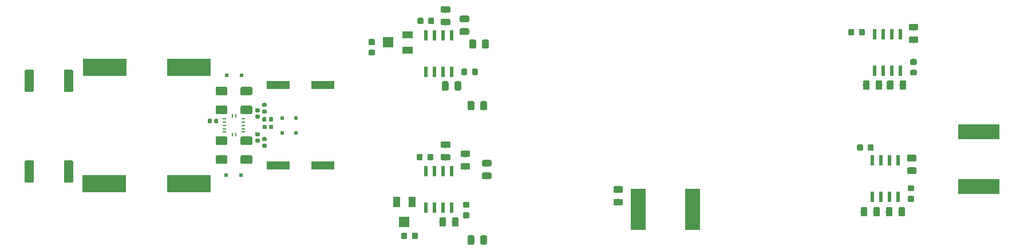
<source format=gbr>
G04 #@! TF.GenerationSoftware,KiCad,Pcbnew,(5.1.0)-1*
G04 #@! TF.CreationDate,2019-06-01T21:06:23-04:00*
G04 #@! TF.ProjectId,preample,70726561-6d70-46c6-952e-6b696361645f,rev?*
G04 #@! TF.SameCoordinates,Original*
G04 #@! TF.FileFunction,Paste,Top*
G04 #@! TF.FilePolarity,Positive*
%FSLAX46Y46*%
G04 Gerber Fmt 4.6, Leading zero omitted, Abs format (unit mm)*
G04 Created by KiCad (PCBNEW (5.1.0)-1) date 2019-06-01 21:06:23*
%MOMM*%
%LPD*%
G04 APERTURE LIST*
%ADD10C,0.100000*%
%ADD11C,0.975000*%
%ADD12R,6.500000X2.500000*%
%ADD13R,0.500000X0.500000*%
%ADD14C,0.590000*%
%ADD15R,3.400000X1.300000*%
%ADD16R,0.600000X0.240000*%
%ADD17R,0.250000X0.600000*%
%ADD18R,0.600000X1.550000*%
%ADD19C,1.250000*%
%ADD20C,0.875000*%
%ADD21R,2.200000X6.200000*%
%ADD22R,6.200000X2.200000*%
%ADD23R,1.600000X1.600000*%
%ADD24R,1.090000X1.600000*%
%ADD25R,1.600000X1.090000*%
%ADD26C,1.350000*%
G04 APERTURE END LIST*
D10*
G36*
X112621142Y-72187674D02*
G01*
X112644803Y-72191184D01*
X112668007Y-72196996D01*
X112690529Y-72205054D01*
X112712153Y-72215282D01*
X112732670Y-72227579D01*
X112751883Y-72241829D01*
X112769607Y-72257893D01*
X112785671Y-72275617D01*
X112799921Y-72294830D01*
X112812218Y-72315347D01*
X112822446Y-72336971D01*
X112830504Y-72359493D01*
X112836316Y-72382697D01*
X112839826Y-72406358D01*
X112841000Y-72430250D01*
X112841000Y-72917750D01*
X112839826Y-72941642D01*
X112836316Y-72965303D01*
X112830504Y-72988507D01*
X112822446Y-73011029D01*
X112812218Y-73032653D01*
X112799921Y-73053170D01*
X112785671Y-73072383D01*
X112769607Y-73090107D01*
X112751883Y-73106171D01*
X112732670Y-73120421D01*
X112712153Y-73132718D01*
X112690529Y-73142946D01*
X112668007Y-73151004D01*
X112644803Y-73156816D01*
X112621142Y-73160326D01*
X112597250Y-73161500D01*
X111684750Y-73161500D01*
X111660858Y-73160326D01*
X111637197Y-73156816D01*
X111613993Y-73151004D01*
X111591471Y-73142946D01*
X111569847Y-73132718D01*
X111549330Y-73120421D01*
X111530117Y-73106171D01*
X111512393Y-73090107D01*
X111496329Y-73072383D01*
X111482079Y-73053170D01*
X111469782Y-73032653D01*
X111459554Y-73011029D01*
X111451496Y-72988507D01*
X111445684Y-72965303D01*
X111442174Y-72941642D01*
X111441000Y-72917750D01*
X111441000Y-72430250D01*
X111442174Y-72406358D01*
X111445684Y-72382697D01*
X111451496Y-72359493D01*
X111459554Y-72336971D01*
X111469782Y-72315347D01*
X111482079Y-72294830D01*
X111496329Y-72275617D01*
X111512393Y-72257893D01*
X111530117Y-72241829D01*
X111549330Y-72227579D01*
X111569847Y-72215282D01*
X111591471Y-72205054D01*
X111613993Y-72196996D01*
X111637197Y-72191184D01*
X111660858Y-72187674D01*
X111684750Y-72186500D01*
X112597250Y-72186500D01*
X112621142Y-72187674D01*
X112621142Y-72187674D01*
G37*
D11*
X112141000Y-72674000D03*
D10*
G36*
X112621142Y-74062674D02*
G01*
X112644803Y-74066184D01*
X112668007Y-74071996D01*
X112690529Y-74080054D01*
X112712153Y-74090282D01*
X112732670Y-74102579D01*
X112751883Y-74116829D01*
X112769607Y-74132893D01*
X112785671Y-74150617D01*
X112799921Y-74169830D01*
X112812218Y-74190347D01*
X112822446Y-74211971D01*
X112830504Y-74234493D01*
X112836316Y-74257697D01*
X112839826Y-74281358D01*
X112841000Y-74305250D01*
X112841000Y-74792750D01*
X112839826Y-74816642D01*
X112836316Y-74840303D01*
X112830504Y-74863507D01*
X112822446Y-74886029D01*
X112812218Y-74907653D01*
X112799921Y-74928170D01*
X112785671Y-74947383D01*
X112769607Y-74965107D01*
X112751883Y-74981171D01*
X112732670Y-74995421D01*
X112712153Y-75007718D01*
X112690529Y-75017946D01*
X112668007Y-75026004D01*
X112644803Y-75031816D01*
X112621142Y-75035326D01*
X112597250Y-75036500D01*
X111684750Y-75036500D01*
X111660858Y-75035326D01*
X111637197Y-75031816D01*
X111613993Y-75026004D01*
X111591471Y-75017946D01*
X111569847Y-75007718D01*
X111549330Y-74995421D01*
X111530117Y-74981171D01*
X111512393Y-74965107D01*
X111496329Y-74947383D01*
X111482079Y-74928170D01*
X111469782Y-74907653D01*
X111459554Y-74886029D01*
X111451496Y-74863507D01*
X111445684Y-74840303D01*
X111442174Y-74816642D01*
X111441000Y-74792750D01*
X111441000Y-74305250D01*
X111442174Y-74281358D01*
X111445684Y-74257697D01*
X111451496Y-74234493D01*
X111459554Y-74211971D01*
X111469782Y-74190347D01*
X111482079Y-74169830D01*
X111496329Y-74150617D01*
X111512393Y-74132893D01*
X111530117Y-74116829D01*
X111549330Y-74102579D01*
X111569847Y-74090282D01*
X111591471Y-74080054D01*
X111613993Y-74071996D01*
X111637197Y-74066184D01*
X111660858Y-74062674D01*
X111684750Y-74061500D01*
X112597250Y-74061500D01*
X112621142Y-74062674D01*
X112621142Y-74062674D01*
G37*
D11*
X112141000Y-74549000D03*
D12*
X58774000Y-59817000D03*
X71274000Y-59817000D03*
D13*
X79014500Y-61023500D03*
X76814500Y-61023500D03*
D12*
X71247000Y-77089000D03*
X58747000Y-77089000D03*
D10*
G36*
X74502958Y-67498710D02*
G01*
X74517276Y-67500834D01*
X74531317Y-67504351D01*
X74544946Y-67509228D01*
X74558031Y-67515417D01*
X74570447Y-67522858D01*
X74582073Y-67531481D01*
X74592798Y-67541202D01*
X74602519Y-67551927D01*
X74611142Y-67563553D01*
X74618583Y-67575969D01*
X74624772Y-67589054D01*
X74629649Y-67602683D01*
X74633166Y-67616724D01*
X74635290Y-67631042D01*
X74636000Y-67645500D01*
X74636000Y-67990500D01*
X74635290Y-68004958D01*
X74633166Y-68019276D01*
X74629649Y-68033317D01*
X74624772Y-68046946D01*
X74618583Y-68060031D01*
X74611142Y-68072447D01*
X74602519Y-68084073D01*
X74592798Y-68094798D01*
X74582073Y-68104519D01*
X74570447Y-68113142D01*
X74558031Y-68120583D01*
X74544946Y-68126772D01*
X74531317Y-68131649D01*
X74517276Y-68135166D01*
X74502958Y-68137290D01*
X74488500Y-68138000D01*
X74193500Y-68138000D01*
X74179042Y-68137290D01*
X74164724Y-68135166D01*
X74150683Y-68131649D01*
X74137054Y-68126772D01*
X74123969Y-68120583D01*
X74111553Y-68113142D01*
X74099927Y-68104519D01*
X74089202Y-68094798D01*
X74079481Y-68084073D01*
X74070858Y-68072447D01*
X74063417Y-68060031D01*
X74057228Y-68046946D01*
X74052351Y-68033317D01*
X74048834Y-68019276D01*
X74046710Y-68004958D01*
X74046000Y-67990500D01*
X74046000Y-67645500D01*
X74046710Y-67631042D01*
X74048834Y-67616724D01*
X74052351Y-67602683D01*
X74057228Y-67589054D01*
X74063417Y-67575969D01*
X74070858Y-67563553D01*
X74079481Y-67551927D01*
X74089202Y-67541202D01*
X74099927Y-67531481D01*
X74111553Y-67522858D01*
X74123969Y-67515417D01*
X74137054Y-67509228D01*
X74150683Y-67504351D01*
X74164724Y-67500834D01*
X74179042Y-67498710D01*
X74193500Y-67498000D01*
X74488500Y-67498000D01*
X74502958Y-67498710D01*
X74502958Y-67498710D01*
G37*
D14*
X74341000Y-67818000D03*
D10*
G36*
X75472958Y-67498710D02*
G01*
X75487276Y-67500834D01*
X75501317Y-67504351D01*
X75514946Y-67509228D01*
X75528031Y-67515417D01*
X75540447Y-67522858D01*
X75552073Y-67531481D01*
X75562798Y-67541202D01*
X75572519Y-67551927D01*
X75581142Y-67563553D01*
X75588583Y-67575969D01*
X75594772Y-67589054D01*
X75599649Y-67602683D01*
X75603166Y-67616724D01*
X75605290Y-67631042D01*
X75606000Y-67645500D01*
X75606000Y-67990500D01*
X75605290Y-68004958D01*
X75603166Y-68019276D01*
X75599649Y-68033317D01*
X75594772Y-68046946D01*
X75588583Y-68060031D01*
X75581142Y-68072447D01*
X75572519Y-68084073D01*
X75562798Y-68094798D01*
X75552073Y-68104519D01*
X75540447Y-68113142D01*
X75528031Y-68120583D01*
X75514946Y-68126772D01*
X75501317Y-68131649D01*
X75487276Y-68135166D01*
X75472958Y-68137290D01*
X75458500Y-68138000D01*
X75163500Y-68138000D01*
X75149042Y-68137290D01*
X75134724Y-68135166D01*
X75120683Y-68131649D01*
X75107054Y-68126772D01*
X75093969Y-68120583D01*
X75081553Y-68113142D01*
X75069927Y-68104519D01*
X75059202Y-68094798D01*
X75049481Y-68084073D01*
X75040858Y-68072447D01*
X75033417Y-68060031D01*
X75027228Y-68046946D01*
X75022351Y-68033317D01*
X75018834Y-68019276D01*
X75016710Y-68004958D01*
X75016000Y-67990500D01*
X75016000Y-67645500D01*
X75016710Y-67631042D01*
X75018834Y-67616724D01*
X75022351Y-67602683D01*
X75027228Y-67589054D01*
X75033417Y-67575969D01*
X75040858Y-67563553D01*
X75049481Y-67551927D01*
X75059202Y-67541202D01*
X75069927Y-67531481D01*
X75081553Y-67522858D01*
X75093969Y-67515417D01*
X75107054Y-67509228D01*
X75120683Y-67504351D01*
X75134724Y-67500834D01*
X75149042Y-67498710D01*
X75163500Y-67498000D01*
X75458500Y-67498000D01*
X75472958Y-67498710D01*
X75472958Y-67498710D01*
G37*
D14*
X75311000Y-67818000D03*
D10*
G36*
X82609958Y-66103710D02*
G01*
X82624276Y-66105834D01*
X82638317Y-66109351D01*
X82651946Y-66114228D01*
X82665031Y-66120417D01*
X82677447Y-66127858D01*
X82689073Y-66136481D01*
X82699798Y-66146202D01*
X82709519Y-66156927D01*
X82718142Y-66168553D01*
X82725583Y-66180969D01*
X82731772Y-66194054D01*
X82736649Y-66207683D01*
X82740166Y-66221724D01*
X82742290Y-66236042D01*
X82743000Y-66250500D01*
X82743000Y-66545500D01*
X82742290Y-66559958D01*
X82740166Y-66574276D01*
X82736649Y-66588317D01*
X82731772Y-66601946D01*
X82725583Y-66615031D01*
X82718142Y-66627447D01*
X82709519Y-66639073D01*
X82699798Y-66649798D01*
X82689073Y-66659519D01*
X82677447Y-66668142D01*
X82665031Y-66675583D01*
X82651946Y-66681772D01*
X82638317Y-66686649D01*
X82624276Y-66690166D01*
X82609958Y-66692290D01*
X82595500Y-66693000D01*
X82250500Y-66693000D01*
X82236042Y-66692290D01*
X82221724Y-66690166D01*
X82207683Y-66686649D01*
X82194054Y-66681772D01*
X82180969Y-66675583D01*
X82168553Y-66668142D01*
X82156927Y-66659519D01*
X82146202Y-66649798D01*
X82136481Y-66639073D01*
X82127858Y-66627447D01*
X82120417Y-66615031D01*
X82114228Y-66601946D01*
X82109351Y-66588317D01*
X82105834Y-66574276D01*
X82103710Y-66559958D01*
X82103000Y-66545500D01*
X82103000Y-66250500D01*
X82103710Y-66236042D01*
X82105834Y-66221724D01*
X82109351Y-66207683D01*
X82114228Y-66194054D01*
X82120417Y-66180969D01*
X82127858Y-66168553D01*
X82136481Y-66156927D01*
X82146202Y-66146202D01*
X82156927Y-66136481D01*
X82168553Y-66127858D01*
X82180969Y-66120417D01*
X82194054Y-66114228D01*
X82207683Y-66109351D01*
X82221724Y-66105834D01*
X82236042Y-66103710D01*
X82250500Y-66103000D01*
X82595500Y-66103000D01*
X82609958Y-66103710D01*
X82609958Y-66103710D01*
G37*
D14*
X82423000Y-66398000D03*
D10*
G36*
X82609958Y-65133710D02*
G01*
X82624276Y-65135834D01*
X82638317Y-65139351D01*
X82651946Y-65144228D01*
X82665031Y-65150417D01*
X82677447Y-65157858D01*
X82689073Y-65166481D01*
X82699798Y-65176202D01*
X82709519Y-65186927D01*
X82718142Y-65198553D01*
X82725583Y-65210969D01*
X82731772Y-65224054D01*
X82736649Y-65237683D01*
X82740166Y-65251724D01*
X82742290Y-65266042D01*
X82743000Y-65280500D01*
X82743000Y-65575500D01*
X82742290Y-65589958D01*
X82740166Y-65604276D01*
X82736649Y-65618317D01*
X82731772Y-65631946D01*
X82725583Y-65645031D01*
X82718142Y-65657447D01*
X82709519Y-65669073D01*
X82699798Y-65679798D01*
X82689073Y-65689519D01*
X82677447Y-65698142D01*
X82665031Y-65705583D01*
X82651946Y-65711772D01*
X82638317Y-65716649D01*
X82624276Y-65720166D01*
X82609958Y-65722290D01*
X82595500Y-65723000D01*
X82250500Y-65723000D01*
X82236042Y-65722290D01*
X82221724Y-65720166D01*
X82207683Y-65716649D01*
X82194054Y-65711772D01*
X82180969Y-65705583D01*
X82168553Y-65698142D01*
X82156927Y-65689519D01*
X82146202Y-65679798D01*
X82136481Y-65669073D01*
X82127858Y-65657447D01*
X82120417Y-65645031D01*
X82114228Y-65631946D01*
X82109351Y-65618317D01*
X82105834Y-65604276D01*
X82103710Y-65589958D01*
X82103000Y-65575500D01*
X82103000Y-65280500D01*
X82103710Y-65266042D01*
X82105834Y-65251724D01*
X82109351Y-65237683D01*
X82114228Y-65224054D01*
X82120417Y-65210969D01*
X82127858Y-65198553D01*
X82136481Y-65186927D01*
X82146202Y-65176202D01*
X82156927Y-65166481D01*
X82168553Y-65157858D01*
X82180969Y-65150417D01*
X82194054Y-65144228D01*
X82207683Y-65139351D01*
X82221724Y-65135834D01*
X82236042Y-65133710D01*
X82250500Y-65133000D01*
X82595500Y-65133000D01*
X82609958Y-65133710D01*
X82609958Y-65133710D01*
G37*
D14*
X82423000Y-65428000D03*
D15*
X91055000Y-62484000D03*
X84455000Y-62484000D03*
D10*
G36*
X82609958Y-71183710D02*
G01*
X82624276Y-71185834D01*
X82638317Y-71189351D01*
X82651946Y-71194228D01*
X82665031Y-71200417D01*
X82677447Y-71207858D01*
X82689073Y-71216481D01*
X82699798Y-71226202D01*
X82709519Y-71236927D01*
X82718142Y-71248553D01*
X82725583Y-71260969D01*
X82731772Y-71274054D01*
X82736649Y-71287683D01*
X82740166Y-71301724D01*
X82742290Y-71316042D01*
X82743000Y-71330500D01*
X82743000Y-71625500D01*
X82742290Y-71639958D01*
X82740166Y-71654276D01*
X82736649Y-71668317D01*
X82731772Y-71681946D01*
X82725583Y-71695031D01*
X82718142Y-71707447D01*
X82709519Y-71719073D01*
X82699798Y-71729798D01*
X82689073Y-71739519D01*
X82677447Y-71748142D01*
X82665031Y-71755583D01*
X82651946Y-71761772D01*
X82638317Y-71766649D01*
X82624276Y-71770166D01*
X82609958Y-71772290D01*
X82595500Y-71773000D01*
X82250500Y-71773000D01*
X82236042Y-71772290D01*
X82221724Y-71770166D01*
X82207683Y-71766649D01*
X82194054Y-71761772D01*
X82180969Y-71755583D01*
X82168553Y-71748142D01*
X82156927Y-71739519D01*
X82146202Y-71729798D01*
X82136481Y-71719073D01*
X82127858Y-71707447D01*
X82120417Y-71695031D01*
X82114228Y-71681946D01*
X82109351Y-71668317D01*
X82105834Y-71654276D01*
X82103710Y-71639958D01*
X82103000Y-71625500D01*
X82103000Y-71330500D01*
X82103710Y-71316042D01*
X82105834Y-71301724D01*
X82109351Y-71287683D01*
X82114228Y-71274054D01*
X82120417Y-71260969D01*
X82127858Y-71248553D01*
X82136481Y-71236927D01*
X82146202Y-71226202D01*
X82156927Y-71216481D01*
X82168553Y-71207858D01*
X82180969Y-71200417D01*
X82194054Y-71194228D01*
X82207683Y-71189351D01*
X82221724Y-71185834D01*
X82236042Y-71183710D01*
X82250500Y-71183000D01*
X82595500Y-71183000D01*
X82609958Y-71183710D01*
X82609958Y-71183710D01*
G37*
D14*
X82423000Y-71478000D03*
D10*
G36*
X82609958Y-70213710D02*
G01*
X82624276Y-70215834D01*
X82638317Y-70219351D01*
X82651946Y-70224228D01*
X82665031Y-70230417D01*
X82677447Y-70237858D01*
X82689073Y-70246481D01*
X82699798Y-70256202D01*
X82709519Y-70266927D01*
X82718142Y-70278553D01*
X82725583Y-70290969D01*
X82731772Y-70304054D01*
X82736649Y-70317683D01*
X82740166Y-70331724D01*
X82742290Y-70346042D01*
X82743000Y-70360500D01*
X82743000Y-70655500D01*
X82742290Y-70669958D01*
X82740166Y-70684276D01*
X82736649Y-70698317D01*
X82731772Y-70711946D01*
X82725583Y-70725031D01*
X82718142Y-70737447D01*
X82709519Y-70749073D01*
X82699798Y-70759798D01*
X82689073Y-70769519D01*
X82677447Y-70778142D01*
X82665031Y-70785583D01*
X82651946Y-70791772D01*
X82638317Y-70796649D01*
X82624276Y-70800166D01*
X82609958Y-70802290D01*
X82595500Y-70803000D01*
X82250500Y-70803000D01*
X82236042Y-70802290D01*
X82221724Y-70800166D01*
X82207683Y-70796649D01*
X82194054Y-70791772D01*
X82180969Y-70785583D01*
X82168553Y-70778142D01*
X82156927Y-70769519D01*
X82146202Y-70759798D01*
X82136481Y-70749073D01*
X82127858Y-70737447D01*
X82120417Y-70725031D01*
X82114228Y-70711946D01*
X82109351Y-70698317D01*
X82105834Y-70684276D01*
X82103710Y-70669958D01*
X82103000Y-70655500D01*
X82103000Y-70360500D01*
X82103710Y-70346042D01*
X82105834Y-70331724D01*
X82109351Y-70317683D01*
X82114228Y-70304054D01*
X82120417Y-70290969D01*
X82127858Y-70278553D01*
X82136481Y-70266927D01*
X82146202Y-70256202D01*
X82156927Y-70246481D01*
X82168553Y-70237858D01*
X82180969Y-70230417D01*
X82194054Y-70224228D01*
X82207683Y-70219351D01*
X82221724Y-70215834D01*
X82236042Y-70213710D01*
X82250500Y-70213000D01*
X82595500Y-70213000D01*
X82609958Y-70213710D01*
X82609958Y-70213710D01*
G37*
D14*
X82423000Y-70508000D03*
D15*
X84457000Y-74422000D03*
X91057000Y-74422000D03*
D13*
X76751000Y-75819000D03*
X78951000Y-75819000D03*
X87122000Y-69553000D03*
X87122000Y-67353000D03*
D10*
G36*
X81593958Y-66888710D02*
G01*
X81608276Y-66890834D01*
X81622317Y-66894351D01*
X81635946Y-66899228D01*
X81649031Y-66905417D01*
X81661447Y-66912858D01*
X81673073Y-66921481D01*
X81683798Y-66931202D01*
X81693519Y-66941927D01*
X81702142Y-66953553D01*
X81709583Y-66965969D01*
X81715772Y-66979054D01*
X81720649Y-66992683D01*
X81724166Y-67006724D01*
X81726290Y-67021042D01*
X81727000Y-67035500D01*
X81727000Y-67330500D01*
X81726290Y-67344958D01*
X81724166Y-67359276D01*
X81720649Y-67373317D01*
X81715772Y-67386946D01*
X81709583Y-67400031D01*
X81702142Y-67412447D01*
X81693519Y-67424073D01*
X81683798Y-67434798D01*
X81673073Y-67444519D01*
X81661447Y-67453142D01*
X81649031Y-67460583D01*
X81635946Y-67466772D01*
X81622317Y-67471649D01*
X81608276Y-67475166D01*
X81593958Y-67477290D01*
X81579500Y-67478000D01*
X81234500Y-67478000D01*
X81220042Y-67477290D01*
X81205724Y-67475166D01*
X81191683Y-67471649D01*
X81178054Y-67466772D01*
X81164969Y-67460583D01*
X81152553Y-67453142D01*
X81140927Y-67444519D01*
X81130202Y-67434798D01*
X81120481Y-67424073D01*
X81111858Y-67412447D01*
X81104417Y-67400031D01*
X81098228Y-67386946D01*
X81093351Y-67373317D01*
X81089834Y-67359276D01*
X81087710Y-67344958D01*
X81087000Y-67330500D01*
X81087000Y-67035500D01*
X81087710Y-67021042D01*
X81089834Y-67006724D01*
X81093351Y-66992683D01*
X81098228Y-66979054D01*
X81104417Y-66965969D01*
X81111858Y-66953553D01*
X81120481Y-66941927D01*
X81130202Y-66931202D01*
X81140927Y-66921481D01*
X81152553Y-66912858D01*
X81164969Y-66905417D01*
X81178054Y-66899228D01*
X81191683Y-66894351D01*
X81205724Y-66890834D01*
X81220042Y-66888710D01*
X81234500Y-66888000D01*
X81579500Y-66888000D01*
X81593958Y-66888710D01*
X81593958Y-66888710D01*
G37*
D14*
X81407000Y-67183000D03*
D10*
G36*
X81593958Y-65918710D02*
G01*
X81608276Y-65920834D01*
X81622317Y-65924351D01*
X81635946Y-65929228D01*
X81649031Y-65935417D01*
X81661447Y-65942858D01*
X81673073Y-65951481D01*
X81683798Y-65961202D01*
X81693519Y-65971927D01*
X81702142Y-65983553D01*
X81709583Y-65995969D01*
X81715772Y-66009054D01*
X81720649Y-66022683D01*
X81724166Y-66036724D01*
X81726290Y-66051042D01*
X81727000Y-66065500D01*
X81727000Y-66360500D01*
X81726290Y-66374958D01*
X81724166Y-66389276D01*
X81720649Y-66403317D01*
X81715772Y-66416946D01*
X81709583Y-66430031D01*
X81702142Y-66442447D01*
X81693519Y-66454073D01*
X81683798Y-66464798D01*
X81673073Y-66474519D01*
X81661447Y-66483142D01*
X81649031Y-66490583D01*
X81635946Y-66496772D01*
X81622317Y-66501649D01*
X81608276Y-66505166D01*
X81593958Y-66507290D01*
X81579500Y-66508000D01*
X81234500Y-66508000D01*
X81220042Y-66507290D01*
X81205724Y-66505166D01*
X81191683Y-66501649D01*
X81178054Y-66496772D01*
X81164969Y-66490583D01*
X81152553Y-66483142D01*
X81140927Y-66474519D01*
X81130202Y-66464798D01*
X81120481Y-66454073D01*
X81111858Y-66442447D01*
X81104417Y-66430031D01*
X81098228Y-66416946D01*
X81093351Y-66403317D01*
X81089834Y-66389276D01*
X81087710Y-66374958D01*
X81087000Y-66360500D01*
X81087000Y-66065500D01*
X81087710Y-66051042D01*
X81089834Y-66036724D01*
X81093351Y-66022683D01*
X81098228Y-66009054D01*
X81104417Y-65995969D01*
X81111858Y-65983553D01*
X81120481Y-65971927D01*
X81130202Y-65961202D01*
X81140927Y-65951481D01*
X81152553Y-65942858D01*
X81164969Y-65935417D01*
X81178054Y-65929228D01*
X81191683Y-65924351D01*
X81205724Y-65920834D01*
X81220042Y-65918710D01*
X81234500Y-65918000D01*
X81579500Y-65918000D01*
X81593958Y-65918710D01*
X81593958Y-65918710D01*
G37*
D14*
X81407000Y-66213000D03*
D10*
G36*
X83554958Y-67244710D02*
G01*
X83569276Y-67246834D01*
X83583317Y-67250351D01*
X83596946Y-67255228D01*
X83610031Y-67261417D01*
X83622447Y-67268858D01*
X83634073Y-67277481D01*
X83644798Y-67287202D01*
X83654519Y-67297927D01*
X83663142Y-67309553D01*
X83670583Y-67321969D01*
X83676772Y-67335054D01*
X83681649Y-67348683D01*
X83685166Y-67362724D01*
X83687290Y-67377042D01*
X83688000Y-67391500D01*
X83688000Y-67736500D01*
X83687290Y-67750958D01*
X83685166Y-67765276D01*
X83681649Y-67779317D01*
X83676772Y-67792946D01*
X83670583Y-67806031D01*
X83663142Y-67818447D01*
X83654519Y-67830073D01*
X83644798Y-67840798D01*
X83634073Y-67850519D01*
X83622447Y-67859142D01*
X83610031Y-67866583D01*
X83596946Y-67872772D01*
X83583317Y-67877649D01*
X83569276Y-67881166D01*
X83554958Y-67883290D01*
X83540500Y-67884000D01*
X83245500Y-67884000D01*
X83231042Y-67883290D01*
X83216724Y-67881166D01*
X83202683Y-67877649D01*
X83189054Y-67872772D01*
X83175969Y-67866583D01*
X83163553Y-67859142D01*
X83151927Y-67850519D01*
X83141202Y-67840798D01*
X83131481Y-67830073D01*
X83122858Y-67818447D01*
X83115417Y-67806031D01*
X83109228Y-67792946D01*
X83104351Y-67779317D01*
X83100834Y-67765276D01*
X83098710Y-67750958D01*
X83098000Y-67736500D01*
X83098000Y-67391500D01*
X83098710Y-67377042D01*
X83100834Y-67362724D01*
X83104351Y-67348683D01*
X83109228Y-67335054D01*
X83115417Y-67321969D01*
X83122858Y-67309553D01*
X83131481Y-67297927D01*
X83141202Y-67287202D01*
X83151927Y-67277481D01*
X83163553Y-67268858D01*
X83175969Y-67261417D01*
X83189054Y-67255228D01*
X83202683Y-67250351D01*
X83216724Y-67246834D01*
X83231042Y-67244710D01*
X83245500Y-67244000D01*
X83540500Y-67244000D01*
X83554958Y-67244710D01*
X83554958Y-67244710D01*
G37*
D14*
X83393000Y-67564000D03*
D10*
G36*
X82584958Y-67244710D02*
G01*
X82599276Y-67246834D01*
X82613317Y-67250351D01*
X82626946Y-67255228D01*
X82640031Y-67261417D01*
X82652447Y-67268858D01*
X82664073Y-67277481D01*
X82674798Y-67287202D01*
X82684519Y-67297927D01*
X82693142Y-67309553D01*
X82700583Y-67321969D01*
X82706772Y-67335054D01*
X82711649Y-67348683D01*
X82715166Y-67362724D01*
X82717290Y-67377042D01*
X82718000Y-67391500D01*
X82718000Y-67736500D01*
X82717290Y-67750958D01*
X82715166Y-67765276D01*
X82711649Y-67779317D01*
X82706772Y-67792946D01*
X82700583Y-67806031D01*
X82693142Y-67818447D01*
X82684519Y-67830073D01*
X82674798Y-67840798D01*
X82664073Y-67850519D01*
X82652447Y-67859142D01*
X82640031Y-67866583D01*
X82626946Y-67872772D01*
X82613317Y-67877649D01*
X82599276Y-67881166D01*
X82584958Y-67883290D01*
X82570500Y-67884000D01*
X82275500Y-67884000D01*
X82261042Y-67883290D01*
X82246724Y-67881166D01*
X82232683Y-67877649D01*
X82219054Y-67872772D01*
X82205969Y-67866583D01*
X82193553Y-67859142D01*
X82181927Y-67850519D01*
X82171202Y-67840798D01*
X82161481Y-67830073D01*
X82152858Y-67818447D01*
X82145417Y-67806031D01*
X82139228Y-67792946D01*
X82134351Y-67779317D01*
X82130834Y-67765276D01*
X82128710Y-67750958D01*
X82128000Y-67736500D01*
X82128000Y-67391500D01*
X82128710Y-67377042D01*
X82130834Y-67362724D01*
X82134351Y-67348683D01*
X82139228Y-67335054D01*
X82145417Y-67321969D01*
X82152858Y-67309553D01*
X82161481Y-67297927D01*
X82171202Y-67287202D01*
X82181927Y-67277481D01*
X82193553Y-67268858D01*
X82205969Y-67261417D01*
X82219054Y-67255228D01*
X82232683Y-67250351D01*
X82246724Y-67246834D01*
X82261042Y-67244710D01*
X82275500Y-67244000D01*
X82570500Y-67244000D01*
X82584958Y-67244710D01*
X82584958Y-67244710D01*
G37*
D14*
X82423000Y-67564000D03*
D10*
G36*
X81593958Y-70444710D02*
G01*
X81608276Y-70446834D01*
X81622317Y-70450351D01*
X81635946Y-70455228D01*
X81649031Y-70461417D01*
X81661447Y-70468858D01*
X81673073Y-70477481D01*
X81683798Y-70487202D01*
X81693519Y-70497927D01*
X81702142Y-70509553D01*
X81709583Y-70521969D01*
X81715772Y-70535054D01*
X81720649Y-70548683D01*
X81724166Y-70562724D01*
X81726290Y-70577042D01*
X81727000Y-70591500D01*
X81727000Y-70886500D01*
X81726290Y-70900958D01*
X81724166Y-70915276D01*
X81720649Y-70929317D01*
X81715772Y-70942946D01*
X81709583Y-70956031D01*
X81702142Y-70968447D01*
X81693519Y-70980073D01*
X81683798Y-70990798D01*
X81673073Y-71000519D01*
X81661447Y-71009142D01*
X81649031Y-71016583D01*
X81635946Y-71022772D01*
X81622317Y-71027649D01*
X81608276Y-71031166D01*
X81593958Y-71033290D01*
X81579500Y-71034000D01*
X81234500Y-71034000D01*
X81220042Y-71033290D01*
X81205724Y-71031166D01*
X81191683Y-71027649D01*
X81178054Y-71022772D01*
X81164969Y-71016583D01*
X81152553Y-71009142D01*
X81140927Y-71000519D01*
X81130202Y-70990798D01*
X81120481Y-70980073D01*
X81111858Y-70968447D01*
X81104417Y-70956031D01*
X81098228Y-70942946D01*
X81093351Y-70929317D01*
X81089834Y-70915276D01*
X81087710Y-70900958D01*
X81087000Y-70886500D01*
X81087000Y-70591500D01*
X81087710Y-70577042D01*
X81089834Y-70562724D01*
X81093351Y-70548683D01*
X81098228Y-70535054D01*
X81104417Y-70521969D01*
X81111858Y-70509553D01*
X81120481Y-70497927D01*
X81130202Y-70487202D01*
X81140927Y-70477481D01*
X81152553Y-70468858D01*
X81164969Y-70461417D01*
X81178054Y-70455228D01*
X81191683Y-70450351D01*
X81205724Y-70446834D01*
X81220042Y-70444710D01*
X81234500Y-70444000D01*
X81579500Y-70444000D01*
X81593958Y-70444710D01*
X81593958Y-70444710D01*
G37*
D14*
X81407000Y-70739000D03*
D10*
G36*
X81593958Y-69474710D02*
G01*
X81608276Y-69476834D01*
X81622317Y-69480351D01*
X81635946Y-69485228D01*
X81649031Y-69491417D01*
X81661447Y-69498858D01*
X81673073Y-69507481D01*
X81683798Y-69517202D01*
X81693519Y-69527927D01*
X81702142Y-69539553D01*
X81709583Y-69551969D01*
X81715772Y-69565054D01*
X81720649Y-69578683D01*
X81724166Y-69592724D01*
X81726290Y-69607042D01*
X81727000Y-69621500D01*
X81727000Y-69916500D01*
X81726290Y-69930958D01*
X81724166Y-69945276D01*
X81720649Y-69959317D01*
X81715772Y-69972946D01*
X81709583Y-69986031D01*
X81702142Y-69998447D01*
X81693519Y-70010073D01*
X81683798Y-70020798D01*
X81673073Y-70030519D01*
X81661447Y-70039142D01*
X81649031Y-70046583D01*
X81635946Y-70052772D01*
X81622317Y-70057649D01*
X81608276Y-70061166D01*
X81593958Y-70063290D01*
X81579500Y-70064000D01*
X81234500Y-70064000D01*
X81220042Y-70063290D01*
X81205724Y-70061166D01*
X81191683Y-70057649D01*
X81178054Y-70052772D01*
X81164969Y-70046583D01*
X81152553Y-70039142D01*
X81140927Y-70030519D01*
X81130202Y-70020798D01*
X81120481Y-70010073D01*
X81111858Y-69998447D01*
X81104417Y-69986031D01*
X81098228Y-69972946D01*
X81093351Y-69959317D01*
X81089834Y-69945276D01*
X81087710Y-69930958D01*
X81087000Y-69916500D01*
X81087000Y-69621500D01*
X81087710Y-69607042D01*
X81089834Y-69592724D01*
X81093351Y-69578683D01*
X81098228Y-69565054D01*
X81104417Y-69551969D01*
X81111858Y-69539553D01*
X81120481Y-69527927D01*
X81130202Y-69517202D01*
X81140927Y-69507481D01*
X81152553Y-69498858D01*
X81164969Y-69491417D01*
X81178054Y-69485228D01*
X81191683Y-69480351D01*
X81205724Y-69476834D01*
X81220042Y-69474710D01*
X81234500Y-69474000D01*
X81579500Y-69474000D01*
X81593958Y-69474710D01*
X81593958Y-69474710D01*
G37*
D14*
X81407000Y-69769000D03*
D10*
G36*
X83600958Y-68387710D02*
G01*
X83615276Y-68389834D01*
X83629317Y-68393351D01*
X83642946Y-68398228D01*
X83656031Y-68404417D01*
X83668447Y-68411858D01*
X83680073Y-68420481D01*
X83690798Y-68430202D01*
X83700519Y-68440927D01*
X83709142Y-68452553D01*
X83716583Y-68464969D01*
X83722772Y-68478054D01*
X83727649Y-68491683D01*
X83731166Y-68505724D01*
X83733290Y-68520042D01*
X83734000Y-68534500D01*
X83734000Y-68879500D01*
X83733290Y-68893958D01*
X83731166Y-68908276D01*
X83727649Y-68922317D01*
X83722772Y-68935946D01*
X83716583Y-68949031D01*
X83709142Y-68961447D01*
X83700519Y-68973073D01*
X83690798Y-68983798D01*
X83680073Y-68993519D01*
X83668447Y-69002142D01*
X83656031Y-69009583D01*
X83642946Y-69015772D01*
X83629317Y-69020649D01*
X83615276Y-69024166D01*
X83600958Y-69026290D01*
X83586500Y-69027000D01*
X83291500Y-69027000D01*
X83277042Y-69026290D01*
X83262724Y-69024166D01*
X83248683Y-69020649D01*
X83235054Y-69015772D01*
X83221969Y-69009583D01*
X83209553Y-69002142D01*
X83197927Y-68993519D01*
X83187202Y-68983798D01*
X83177481Y-68973073D01*
X83168858Y-68961447D01*
X83161417Y-68949031D01*
X83155228Y-68935946D01*
X83150351Y-68922317D01*
X83146834Y-68908276D01*
X83144710Y-68893958D01*
X83144000Y-68879500D01*
X83144000Y-68534500D01*
X83144710Y-68520042D01*
X83146834Y-68505724D01*
X83150351Y-68491683D01*
X83155228Y-68478054D01*
X83161417Y-68464969D01*
X83168858Y-68452553D01*
X83177481Y-68440927D01*
X83187202Y-68430202D01*
X83197927Y-68420481D01*
X83209553Y-68411858D01*
X83221969Y-68404417D01*
X83235054Y-68398228D01*
X83248683Y-68393351D01*
X83262724Y-68389834D01*
X83277042Y-68387710D01*
X83291500Y-68387000D01*
X83586500Y-68387000D01*
X83600958Y-68387710D01*
X83600958Y-68387710D01*
G37*
D14*
X83439000Y-68707000D03*
D10*
G36*
X82630958Y-68387710D02*
G01*
X82645276Y-68389834D01*
X82659317Y-68393351D01*
X82672946Y-68398228D01*
X82686031Y-68404417D01*
X82698447Y-68411858D01*
X82710073Y-68420481D01*
X82720798Y-68430202D01*
X82730519Y-68440927D01*
X82739142Y-68452553D01*
X82746583Y-68464969D01*
X82752772Y-68478054D01*
X82757649Y-68491683D01*
X82761166Y-68505724D01*
X82763290Y-68520042D01*
X82764000Y-68534500D01*
X82764000Y-68879500D01*
X82763290Y-68893958D01*
X82761166Y-68908276D01*
X82757649Y-68922317D01*
X82752772Y-68935946D01*
X82746583Y-68949031D01*
X82739142Y-68961447D01*
X82730519Y-68973073D01*
X82720798Y-68983798D01*
X82710073Y-68993519D01*
X82698447Y-69002142D01*
X82686031Y-69009583D01*
X82672946Y-69015772D01*
X82659317Y-69020649D01*
X82645276Y-69024166D01*
X82630958Y-69026290D01*
X82616500Y-69027000D01*
X82321500Y-69027000D01*
X82307042Y-69026290D01*
X82292724Y-69024166D01*
X82278683Y-69020649D01*
X82265054Y-69015772D01*
X82251969Y-69009583D01*
X82239553Y-69002142D01*
X82227927Y-68993519D01*
X82217202Y-68983798D01*
X82207481Y-68973073D01*
X82198858Y-68961447D01*
X82191417Y-68949031D01*
X82185228Y-68935946D01*
X82180351Y-68922317D01*
X82176834Y-68908276D01*
X82174710Y-68893958D01*
X82174000Y-68879500D01*
X82174000Y-68534500D01*
X82174710Y-68520042D01*
X82176834Y-68505724D01*
X82180351Y-68491683D01*
X82185228Y-68478054D01*
X82191417Y-68464969D01*
X82198858Y-68452553D01*
X82207481Y-68440927D01*
X82217202Y-68430202D01*
X82227927Y-68420481D01*
X82239553Y-68411858D01*
X82251969Y-68404417D01*
X82265054Y-68398228D01*
X82278683Y-68393351D01*
X82292724Y-68389834D01*
X82307042Y-68387710D01*
X82321500Y-68387000D01*
X82616500Y-68387000D01*
X82630958Y-68387710D01*
X82630958Y-68387710D01*
G37*
D14*
X82469000Y-68707000D03*
D16*
X76511000Y-67453000D03*
X76511000Y-67953000D03*
X76511000Y-68453000D03*
X76511000Y-68953000D03*
X76511000Y-69453000D03*
D17*
X77661000Y-69853000D03*
X78161000Y-69853000D03*
D16*
X79311000Y-69453000D03*
X79311000Y-68953000D03*
X79311000Y-68453000D03*
X79311000Y-67953000D03*
X79311000Y-67453000D03*
D17*
X78161000Y-67053000D03*
X77661000Y-67053000D03*
D18*
X172339000Y-73627000D03*
X173609000Y-73627000D03*
X174879000Y-73627000D03*
X176149000Y-73627000D03*
X176149000Y-79027000D03*
X174879000Y-79027000D03*
X173609000Y-79027000D03*
X172339000Y-79027000D03*
X106299000Y-75278000D03*
X107569000Y-75278000D03*
X108839000Y-75278000D03*
X110109000Y-75278000D03*
X110109000Y-80678000D03*
X108839000Y-80678000D03*
X107569000Y-80678000D03*
X106299000Y-80678000D03*
X172720000Y-54925000D03*
X173990000Y-54925000D03*
X175260000Y-54925000D03*
X176530000Y-54925000D03*
X176530000Y-60325000D03*
X175260000Y-60325000D03*
X173990000Y-60325000D03*
X172720000Y-60325000D03*
X106299000Y-55085000D03*
X107569000Y-55085000D03*
X108839000Y-55085000D03*
X110109000Y-55085000D03*
X110109000Y-60485000D03*
X108839000Y-60485000D03*
X107569000Y-60485000D03*
X106299000Y-60485000D03*
D10*
G36*
X76722504Y-65543204D02*
G01*
X76746773Y-65546804D01*
X76770571Y-65552765D01*
X76793671Y-65561030D01*
X76815849Y-65571520D01*
X76836893Y-65584133D01*
X76856598Y-65598747D01*
X76874777Y-65615223D01*
X76891253Y-65633402D01*
X76905867Y-65653107D01*
X76918480Y-65674151D01*
X76928970Y-65696329D01*
X76937235Y-65719429D01*
X76943196Y-65743227D01*
X76946796Y-65767496D01*
X76948000Y-65792000D01*
X76948000Y-66542000D01*
X76946796Y-66566504D01*
X76943196Y-66590773D01*
X76937235Y-66614571D01*
X76928970Y-66637671D01*
X76918480Y-66659849D01*
X76905867Y-66680893D01*
X76891253Y-66700598D01*
X76874777Y-66718777D01*
X76856598Y-66735253D01*
X76836893Y-66749867D01*
X76815849Y-66762480D01*
X76793671Y-66772970D01*
X76770571Y-66781235D01*
X76746773Y-66787196D01*
X76722504Y-66790796D01*
X76698000Y-66792000D01*
X75448000Y-66792000D01*
X75423496Y-66790796D01*
X75399227Y-66787196D01*
X75375429Y-66781235D01*
X75352329Y-66772970D01*
X75330151Y-66762480D01*
X75309107Y-66749867D01*
X75289402Y-66735253D01*
X75271223Y-66718777D01*
X75254747Y-66700598D01*
X75240133Y-66680893D01*
X75227520Y-66659849D01*
X75217030Y-66637671D01*
X75208765Y-66614571D01*
X75202804Y-66590773D01*
X75199204Y-66566504D01*
X75198000Y-66542000D01*
X75198000Y-65792000D01*
X75199204Y-65767496D01*
X75202804Y-65743227D01*
X75208765Y-65719429D01*
X75217030Y-65696329D01*
X75227520Y-65674151D01*
X75240133Y-65653107D01*
X75254747Y-65633402D01*
X75271223Y-65615223D01*
X75289402Y-65598747D01*
X75309107Y-65584133D01*
X75330151Y-65571520D01*
X75352329Y-65561030D01*
X75375429Y-65552765D01*
X75399227Y-65546804D01*
X75423496Y-65543204D01*
X75448000Y-65542000D01*
X76698000Y-65542000D01*
X76722504Y-65543204D01*
X76722504Y-65543204D01*
G37*
D19*
X76073000Y-66167000D03*
D10*
G36*
X76722504Y-62743204D02*
G01*
X76746773Y-62746804D01*
X76770571Y-62752765D01*
X76793671Y-62761030D01*
X76815849Y-62771520D01*
X76836893Y-62784133D01*
X76856598Y-62798747D01*
X76874777Y-62815223D01*
X76891253Y-62833402D01*
X76905867Y-62853107D01*
X76918480Y-62874151D01*
X76928970Y-62896329D01*
X76937235Y-62919429D01*
X76943196Y-62943227D01*
X76946796Y-62967496D01*
X76948000Y-62992000D01*
X76948000Y-63742000D01*
X76946796Y-63766504D01*
X76943196Y-63790773D01*
X76937235Y-63814571D01*
X76928970Y-63837671D01*
X76918480Y-63859849D01*
X76905867Y-63880893D01*
X76891253Y-63900598D01*
X76874777Y-63918777D01*
X76856598Y-63935253D01*
X76836893Y-63949867D01*
X76815849Y-63962480D01*
X76793671Y-63972970D01*
X76770571Y-63981235D01*
X76746773Y-63987196D01*
X76722504Y-63990796D01*
X76698000Y-63992000D01*
X75448000Y-63992000D01*
X75423496Y-63990796D01*
X75399227Y-63987196D01*
X75375429Y-63981235D01*
X75352329Y-63972970D01*
X75330151Y-63962480D01*
X75309107Y-63949867D01*
X75289402Y-63935253D01*
X75271223Y-63918777D01*
X75254747Y-63900598D01*
X75240133Y-63880893D01*
X75227520Y-63859849D01*
X75217030Y-63837671D01*
X75208765Y-63814571D01*
X75202804Y-63790773D01*
X75199204Y-63766504D01*
X75198000Y-63742000D01*
X75198000Y-62992000D01*
X75199204Y-62967496D01*
X75202804Y-62943227D01*
X75208765Y-62919429D01*
X75217030Y-62896329D01*
X75227520Y-62874151D01*
X75240133Y-62853107D01*
X75254747Y-62833402D01*
X75271223Y-62815223D01*
X75289402Y-62798747D01*
X75309107Y-62784133D01*
X75330151Y-62771520D01*
X75352329Y-62761030D01*
X75375429Y-62752765D01*
X75399227Y-62746804D01*
X75423496Y-62743204D01*
X75448000Y-62742000D01*
X76698000Y-62742000D01*
X76722504Y-62743204D01*
X76722504Y-62743204D01*
G37*
D19*
X76073000Y-63367000D03*
D10*
G36*
X76722504Y-70115204D02*
G01*
X76746773Y-70118804D01*
X76770571Y-70124765D01*
X76793671Y-70133030D01*
X76815849Y-70143520D01*
X76836893Y-70156133D01*
X76856598Y-70170747D01*
X76874777Y-70187223D01*
X76891253Y-70205402D01*
X76905867Y-70225107D01*
X76918480Y-70246151D01*
X76928970Y-70268329D01*
X76937235Y-70291429D01*
X76943196Y-70315227D01*
X76946796Y-70339496D01*
X76948000Y-70364000D01*
X76948000Y-71114000D01*
X76946796Y-71138504D01*
X76943196Y-71162773D01*
X76937235Y-71186571D01*
X76928970Y-71209671D01*
X76918480Y-71231849D01*
X76905867Y-71252893D01*
X76891253Y-71272598D01*
X76874777Y-71290777D01*
X76856598Y-71307253D01*
X76836893Y-71321867D01*
X76815849Y-71334480D01*
X76793671Y-71344970D01*
X76770571Y-71353235D01*
X76746773Y-71359196D01*
X76722504Y-71362796D01*
X76698000Y-71364000D01*
X75448000Y-71364000D01*
X75423496Y-71362796D01*
X75399227Y-71359196D01*
X75375429Y-71353235D01*
X75352329Y-71344970D01*
X75330151Y-71334480D01*
X75309107Y-71321867D01*
X75289402Y-71307253D01*
X75271223Y-71290777D01*
X75254747Y-71272598D01*
X75240133Y-71252893D01*
X75227520Y-71231849D01*
X75217030Y-71209671D01*
X75208765Y-71186571D01*
X75202804Y-71162773D01*
X75199204Y-71138504D01*
X75198000Y-71114000D01*
X75198000Y-70364000D01*
X75199204Y-70339496D01*
X75202804Y-70315227D01*
X75208765Y-70291429D01*
X75217030Y-70268329D01*
X75227520Y-70246151D01*
X75240133Y-70225107D01*
X75254747Y-70205402D01*
X75271223Y-70187223D01*
X75289402Y-70170747D01*
X75309107Y-70156133D01*
X75330151Y-70143520D01*
X75352329Y-70133030D01*
X75375429Y-70124765D01*
X75399227Y-70118804D01*
X75423496Y-70115204D01*
X75448000Y-70114000D01*
X76698000Y-70114000D01*
X76722504Y-70115204D01*
X76722504Y-70115204D01*
G37*
D19*
X76073000Y-70739000D03*
D10*
G36*
X76722504Y-72915204D02*
G01*
X76746773Y-72918804D01*
X76770571Y-72924765D01*
X76793671Y-72933030D01*
X76815849Y-72943520D01*
X76836893Y-72956133D01*
X76856598Y-72970747D01*
X76874777Y-72987223D01*
X76891253Y-73005402D01*
X76905867Y-73025107D01*
X76918480Y-73046151D01*
X76928970Y-73068329D01*
X76937235Y-73091429D01*
X76943196Y-73115227D01*
X76946796Y-73139496D01*
X76948000Y-73164000D01*
X76948000Y-73914000D01*
X76946796Y-73938504D01*
X76943196Y-73962773D01*
X76937235Y-73986571D01*
X76928970Y-74009671D01*
X76918480Y-74031849D01*
X76905867Y-74052893D01*
X76891253Y-74072598D01*
X76874777Y-74090777D01*
X76856598Y-74107253D01*
X76836893Y-74121867D01*
X76815849Y-74134480D01*
X76793671Y-74144970D01*
X76770571Y-74153235D01*
X76746773Y-74159196D01*
X76722504Y-74162796D01*
X76698000Y-74164000D01*
X75448000Y-74164000D01*
X75423496Y-74162796D01*
X75399227Y-74159196D01*
X75375429Y-74153235D01*
X75352329Y-74144970D01*
X75330151Y-74134480D01*
X75309107Y-74121867D01*
X75289402Y-74107253D01*
X75271223Y-74090777D01*
X75254747Y-74072598D01*
X75240133Y-74052893D01*
X75227520Y-74031849D01*
X75217030Y-74009671D01*
X75208765Y-73986571D01*
X75202804Y-73962773D01*
X75199204Y-73938504D01*
X75198000Y-73914000D01*
X75198000Y-73164000D01*
X75199204Y-73139496D01*
X75202804Y-73115227D01*
X75208765Y-73091429D01*
X75217030Y-73068329D01*
X75227520Y-73046151D01*
X75240133Y-73025107D01*
X75254747Y-73005402D01*
X75271223Y-72987223D01*
X75289402Y-72970747D01*
X75309107Y-72956133D01*
X75330151Y-72943520D01*
X75352329Y-72933030D01*
X75375429Y-72924765D01*
X75399227Y-72918804D01*
X75423496Y-72915204D01*
X75448000Y-72914000D01*
X76698000Y-72914000D01*
X76722504Y-72915204D01*
X76722504Y-72915204D01*
G37*
D19*
X76073000Y-73539000D03*
D10*
G36*
X80405504Y-62743204D02*
G01*
X80429773Y-62746804D01*
X80453571Y-62752765D01*
X80476671Y-62761030D01*
X80498849Y-62771520D01*
X80519893Y-62784133D01*
X80539598Y-62798747D01*
X80557777Y-62815223D01*
X80574253Y-62833402D01*
X80588867Y-62853107D01*
X80601480Y-62874151D01*
X80611970Y-62896329D01*
X80620235Y-62919429D01*
X80626196Y-62943227D01*
X80629796Y-62967496D01*
X80631000Y-62992000D01*
X80631000Y-63742000D01*
X80629796Y-63766504D01*
X80626196Y-63790773D01*
X80620235Y-63814571D01*
X80611970Y-63837671D01*
X80601480Y-63859849D01*
X80588867Y-63880893D01*
X80574253Y-63900598D01*
X80557777Y-63918777D01*
X80539598Y-63935253D01*
X80519893Y-63949867D01*
X80498849Y-63962480D01*
X80476671Y-63972970D01*
X80453571Y-63981235D01*
X80429773Y-63987196D01*
X80405504Y-63990796D01*
X80381000Y-63992000D01*
X79131000Y-63992000D01*
X79106496Y-63990796D01*
X79082227Y-63987196D01*
X79058429Y-63981235D01*
X79035329Y-63972970D01*
X79013151Y-63962480D01*
X78992107Y-63949867D01*
X78972402Y-63935253D01*
X78954223Y-63918777D01*
X78937747Y-63900598D01*
X78923133Y-63880893D01*
X78910520Y-63859849D01*
X78900030Y-63837671D01*
X78891765Y-63814571D01*
X78885804Y-63790773D01*
X78882204Y-63766504D01*
X78881000Y-63742000D01*
X78881000Y-62992000D01*
X78882204Y-62967496D01*
X78885804Y-62943227D01*
X78891765Y-62919429D01*
X78900030Y-62896329D01*
X78910520Y-62874151D01*
X78923133Y-62853107D01*
X78937747Y-62833402D01*
X78954223Y-62815223D01*
X78972402Y-62798747D01*
X78992107Y-62784133D01*
X79013151Y-62771520D01*
X79035329Y-62761030D01*
X79058429Y-62752765D01*
X79082227Y-62746804D01*
X79106496Y-62743204D01*
X79131000Y-62742000D01*
X80381000Y-62742000D01*
X80405504Y-62743204D01*
X80405504Y-62743204D01*
G37*
D19*
X79756000Y-63367000D03*
D10*
G36*
X80405504Y-65543204D02*
G01*
X80429773Y-65546804D01*
X80453571Y-65552765D01*
X80476671Y-65561030D01*
X80498849Y-65571520D01*
X80519893Y-65584133D01*
X80539598Y-65598747D01*
X80557777Y-65615223D01*
X80574253Y-65633402D01*
X80588867Y-65653107D01*
X80601480Y-65674151D01*
X80611970Y-65696329D01*
X80620235Y-65719429D01*
X80626196Y-65743227D01*
X80629796Y-65767496D01*
X80631000Y-65792000D01*
X80631000Y-66542000D01*
X80629796Y-66566504D01*
X80626196Y-66590773D01*
X80620235Y-66614571D01*
X80611970Y-66637671D01*
X80601480Y-66659849D01*
X80588867Y-66680893D01*
X80574253Y-66700598D01*
X80557777Y-66718777D01*
X80539598Y-66735253D01*
X80519893Y-66749867D01*
X80498849Y-66762480D01*
X80476671Y-66772970D01*
X80453571Y-66781235D01*
X80429773Y-66787196D01*
X80405504Y-66790796D01*
X80381000Y-66792000D01*
X79131000Y-66792000D01*
X79106496Y-66790796D01*
X79082227Y-66787196D01*
X79058429Y-66781235D01*
X79035329Y-66772970D01*
X79013151Y-66762480D01*
X78992107Y-66749867D01*
X78972402Y-66735253D01*
X78954223Y-66718777D01*
X78937747Y-66700598D01*
X78923133Y-66680893D01*
X78910520Y-66659849D01*
X78900030Y-66637671D01*
X78891765Y-66614571D01*
X78885804Y-66590773D01*
X78882204Y-66566504D01*
X78881000Y-66542000D01*
X78881000Y-65792000D01*
X78882204Y-65767496D01*
X78885804Y-65743227D01*
X78891765Y-65719429D01*
X78900030Y-65696329D01*
X78910520Y-65674151D01*
X78923133Y-65653107D01*
X78937747Y-65633402D01*
X78954223Y-65615223D01*
X78972402Y-65598747D01*
X78992107Y-65584133D01*
X79013151Y-65571520D01*
X79035329Y-65561030D01*
X79058429Y-65552765D01*
X79082227Y-65546804D01*
X79106496Y-65543204D01*
X79131000Y-65542000D01*
X80381000Y-65542000D01*
X80405504Y-65543204D01*
X80405504Y-65543204D01*
G37*
D19*
X79756000Y-66167000D03*
D10*
G36*
X80405504Y-72915204D02*
G01*
X80429773Y-72918804D01*
X80453571Y-72924765D01*
X80476671Y-72933030D01*
X80498849Y-72943520D01*
X80519893Y-72956133D01*
X80539598Y-72970747D01*
X80557777Y-72987223D01*
X80574253Y-73005402D01*
X80588867Y-73025107D01*
X80601480Y-73046151D01*
X80611970Y-73068329D01*
X80620235Y-73091429D01*
X80626196Y-73115227D01*
X80629796Y-73139496D01*
X80631000Y-73164000D01*
X80631000Y-73914000D01*
X80629796Y-73938504D01*
X80626196Y-73962773D01*
X80620235Y-73986571D01*
X80611970Y-74009671D01*
X80601480Y-74031849D01*
X80588867Y-74052893D01*
X80574253Y-74072598D01*
X80557777Y-74090777D01*
X80539598Y-74107253D01*
X80519893Y-74121867D01*
X80498849Y-74134480D01*
X80476671Y-74144970D01*
X80453571Y-74153235D01*
X80429773Y-74159196D01*
X80405504Y-74162796D01*
X80381000Y-74164000D01*
X79131000Y-74164000D01*
X79106496Y-74162796D01*
X79082227Y-74159196D01*
X79058429Y-74153235D01*
X79035329Y-74144970D01*
X79013151Y-74134480D01*
X78992107Y-74121867D01*
X78972402Y-74107253D01*
X78954223Y-74090777D01*
X78937747Y-74072598D01*
X78923133Y-74052893D01*
X78910520Y-74031849D01*
X78900030Y-74009671D01*
X78891765Y-73986571D01*
X78885804Y-73962773D01*
X78882204Y-73938504D01*
X78881000Y-73914000D01*
X78881000Y-73164000D01*
X78882204Y-73139496D01*
X78885804Y-73115227D01*
X78891765Y-73091429D01*
X78900030Y-73068329D01*
X78910520Y-73046151D01*
X78923133Y-73025107D01*
X78937747Y-73005402D01*
X78954223Y-72987223D01*
X78972402Y-72970747D01*
X78992107Y-72956133D01*
X79013151Y-72943520D01*
X79035329Y-72933030D01*
X79058429Y-72924765D01*
X79082227Y-72918804D01*
X79106496Y-72915204D01*
X79131000Y-72914000D01*
X80381000Y-72914000D01*
X80405504Y-72915204D01*
X80405504Y-72915204D01*
G37*
D19*
X79756000Y-73539000D03*
D10*
G36*
X80405504Y-70115204D02*
G01*
X80429773Y-70118804D01*
X80453571Y-70124765D01*
X80476671Y-70133030D01*
X80498849Y-70143520D01*
X80519893Y-70156133D01*
X80539598Y-70170747D01*
X80557777Y-70187223D01*
X80574253Y-70205402D01*
X80588867Y-70225107D01*
X80601480Y-70246151D01*
X80611970Y-70268329D01*
X80620235Y-70291429D01*
X80626196Y-70315227D01*
X80629796Y-70339496D01*
X80631000Y-70364000D01*
X80631000Y-71114000D01*
X80629796Y-71138504D01*
X80626196Y-71162773D01*
X80620235Y-71186571D01*
X80611970Y-71209671D01*
X80601480Y-71231849D01*
X80588867Y-71252893D01*
X80574253Y-71272598D01*
X80557777Y-71290777D01*
X80539598Y-71307253D01*
X80519893Y-71321867D01*
X80498849Y-71334480D01*
X80476671Y-71344970D01*
X80453571Y-71353235D01*
X80429773Y-71359196D01*
X80405504Y-71362796D01*
X80381000Y-71364000D01*
X79131000Y-71364000D01*
X79106496Y-71362796D01*
X79082227Y-71359196D01*
X79058429Y-71353235D01*
X79035329Y-71344970D01*
X79013151Y-71334480D01*
X78992107Y-71321867D01*
X78972402Y-71307253D01*
X78954223Y-71290777D01*
X78937747Y-71272598D01*
X78923133Y-71252893D01*
X78910520Y-71231849D01*
X78900030Y-71209671D01*
X78891765Y-71186571D01*
X78885804Y-71162773D01*
X78882204Y-71138504D01*
X78881000Y-71114000D01*
X78881000Y-70364000D01*
X78882204Y-70339496D01*
X78885804Y-70315227D01*
X78891765Y-70291429D01*
X78900030Y-70268329D01*
X78910520Y-70246151D01*
X78923133Y-70225107D01*
X78937747Y-70205402D01*
X78954223Y-70187223D01*
X78972402Y-70170747D01*
X78992107Y-70156133D01*
X79013151Y-70143520D01*
X79035329Y-70133030D01*
X79058429Y-70124765D01*
X79082227Y-70118804D01*
X79106496Y-70115204D01*
X79131000Y-70114000D01*
X80381000Y-70114000D01*
X80405504Y-70115204D01*
X80405504Y-70115204D01*
G37*
D19*
X79756000Y-70739000D03*
D10*
G36*
X172350691Y-71281053D02*
G01*
X172371926Y-71284203D01*
X172392750Y-71289419D01*
X172412962Y-71296651D01*
X172432368Y-71305830D01*
X172450781Y-71316866D01*
X172468024Y-71329654D01*
X172483930Y-71344070D01*
X172498346Y-71359976D01*
X172511134Y-71377219D01*
X172522170Y-71395632D01*
X172531349Y-71415038D01*
X172538581Y-71435250D01*
X172543797Y-71456074D01*
X172546947Y-71477309D01*
X172548000Y-71498750D01*
X172548000Y-72011250D01*
X172546947Y-72032691D01*
X172543797Y-72053926D01*
X172538581Y-72074750D01*
X172531349Y-72094962D01*
X172522170Y-72114368D01*
X172511134Y-72132781D01*
X172498346Y-72150024D01*
X172483930Y-72165930D01*
X172468024Y-72180346D01*
X172450781Y-72193134D01*
X172432368Y-72204170D01*
X172412962Y-72213349D01*
X172392750Y-72220581D01*
X172371926Y-72225797D01*
X172350691Y-72228947D01*
X172329250Y-72230000D01*
X171891750Y-72230000D01*
X171870309Y-72228947D01*
X171849074Y-72225797D01*
X171828250Y-72220581D01*
X171808038Y-72213349D01*
X171788632Y-72204170D01*
X171770219Y-72193134D01*
X171752976Y-72180346D01*
X171737070Y-72165930D01*
X171722654Y-72150024D01*
X171709866Y-72132781D01*
X171698830Y-72114368D01*
X171689651Y-72094962D01*
X171682419Y-72074750D01*
X171677203Y-72053926D01*
X171674053Y-72032691D01*
X171673000Y-72011250D01*
X171673000Y-71498750D01*
X171674053Y-71477309D01*
X171677203Y-71456074D01*
X171682419Y-71435250D01*
X171689651Y-71415038D01*
X171698830Y-71395632D01*
X171709866Y-71377219D01*
X171722654Y-71359976D01*
X171737070Y-71344070D01*
X171752976Y-71329654D01*
X171770219Y-71316866D01*
X171788632Y-71305830D01*
X171808038Y-71296651D01*
X171828250Y-71289419D01*
X171849074Y-71284203D01*
X171870309Y-71281053D01*
X171891750Y-71280000D01*
X172329250Y-71280000D01*
X172350691Y-71281053D01*
X172350691Y-71281053D01*
G37*
D20*
X172110500Y-71755000D03*
D10*
G36*
X170775691Y-71281053D02*
G01*
X170796926Y-71284203D01*
X170817750Y-71289419D01*
X170837962Y-71296651D01*
X170857368Y-71305830D01*
X170875781Y-71316866D01*
X170893024Y-71329654D01*
X170908930Y-71344070D01*
X170923346Y-71359976D01*
X170936134Y-71377219D01*
X170947170Y-71395632D01*
X170956349Y-71415038D01*
X170963581Y-71435250D01*
X170968797Y-71456074D01*
X170971947Y-71477309D01*
X170973000Y-71498750D01*
X170973000Y-72011250D01*
X170971947Y-72032691D01*
X170968797Y-72053926D01*
X170963581Y-72074750D01*
X170956349Y-72094962D01*
X170947170Y-72114368D01*
X170936134Y-72132781D01*
X170923346Y-72150024D01*
X170908930Y-72165930D01*
X170893024Y-72180346D01*
X170875781Y-72193134D01*
X170857368Y-72204170D01*
X170837962Y-72213349D01*
X170817750Y-72220581D01*
X170796926Y-72225797D01*
X170775691Y-72228947D01*
X170754250Y-72230000D01*
X170316750Y-72230000D01*
X170295309Y-72228947D01*
X170274074Y-72225797D01*
X170253250Y-72220581D01*
X170233038Y-72213349D01*
X170213632Y-72204170D01*
X170195219Y-72193134D01*
X170177976Y-72180346D01*
X170162070Y-72165930D01*
X170147654Y-72150024D01*
X170134866Y-72132781D01*
X170123830Y-72114368D01*
X170114651Y-72094962D01*
X170107419Y-72074750D01*
X170102203Y-72053926D01*
X170099053Y-72032691D01*
X170098000Y-72011250D01*
X170098000Y-71498750D01*
X170099053Y-71477309D01*
X170102203Y-71456074D01*
X170107419Y-71435250D01*
X170114651Y-71415038D01*
X170123830Y-71395632D01*
X170134866Y-71377219D01*
X170147654Y-71359976D01*
X170162070Y-71344070D01*
X170177976Y-71329654D01*
X170195219Y-71316866D01*
X170213632Y-71305830D01*
X170233038Y-71296651D01*
X170253250Y-71289419D01*
X170274074Y-71284203D01*
X170295309Y-71281053D01*
X170316750Y-71280000D01*
X170754250Y-71280000D01*
X170775691Y-71281053D01*
X170775691Y-71281053D01*
G37*
D20*
X170535500Y-71755000D03*
D10*
G36*
X178712691Y-60193553D02*
G01*
X178733926Y-60196703D01*
X178754750Y-60201919D01*
X178774962Y-60209151D01*
X178794368Y-60218330D01*
X178812781Y-60229366D01*
X178830024Y-60242154D01*
X178845930Y-60256570D01*
X178860346Y-60272476D01*
X178873134Y-60289719D01*
X178884170Y-60308132D01*
X178893349Y-60327538D01*
X178900581Y-60347750D01*
X178905797Y-60368574D01*
X178908947Y-60389809D01*
X178910000Y-60411250D01*
X178910000Y-60848750D01*
X178908947Y-60870191D01*
X178905797Y-60891426D01*
X178900581Y-60912250D01*
X178893349Y-60932462D01*
X178884170Y-60951868D01*
X178873134Y-60970281D01*
X178860346Y-60987524D01*
X178845930Y-61003430D01*
X178830024Y-61017846D01*
X178812781Y-61030634D01*
X178794368Y-61041670D01*
X178774962Y-61050849D01*
X178754750Y-61058081D01*
X178733926Y-61063297D01*
X178712691Y-61066447D01*
X178691250Y-61067500D01*
X178178750Y-61067500D01*
X178157309Y-61066447D01*
X178136074Y-61063297D01*
X178115250Y-61058081D01*
X178095038Y-61050849D01*
X178075632Y-61041670D01*
X178057219Y-61030634D01*
X178039976Y-61017846D01*
X178024070Y-61003430D01*
X178009654Y-60987524D01*
X177996866Y-60970281D01*
X177985830Y-60951868D01*
X177976651Y-60932462D01*
X177969419Y-60912250D01*
X177964203Y-60891426D01*
X177961053Y-60870191D01*
X177960000Y-60848750D01*
X177960000Y-60411250D01*
X177961053Y-60389809D01*
X177964203Y-60368574D01*
X177969419Y-60347750D01*
X177976651Y-60327538D01*
X177985830Y-60308132D01*
X177996866Y-60289719D01*
X178009654Y-60272476D01*
X178024070Y-60256570D01*
X178039976Y-60242154D01*
X178057219Y-60229366D01*
X178075632Y-60218330D01*
X178095038Y-60209151D01*
X178115250Y-60201919D01*
X178136074Y-60196703D01*
X178157309Y-60193553D01*
X178178750Y-60192500D01*
X178691250Y-60192500D01*
X178712691Y-60193553D01*
X178712691Y-60193553D01*
G37*
D20*
X178435000Y-60630000D03*
D10*
G36*
X178712691Y-58618553D02*
G01*
X178733926Y-58621703D01*
X178754750Y-58626919D01*
X178774962Y-58634151D01*
X178794368Y-58643330D01*
X178812781Y-58654366D01*
X178830024Y-58667154D01*
X178845930Y-58681570D01*
X178860346Y-58697476D01*
X178873134Y-58714719D01*
X178884170Y-58733132D01*
X178893349Y-58752538D01*
X178900581Y-58772750D01*
X178905797Y-58793574D01*
X178908947Y-58814809D01*
X178910000Y-58836250D01*
X178910000Y-59273750D01*
X178908947Y-59295191D01*
X178905797Y-59316426D01*
X178900581Y-59337250D01*
X178893349Y-59357462D01*
X178884170Y-59376868D01*
X178873134Y-59395281D01*
X178860346Y-59412524D01*
X178845930Y-59428430D01*
X178830024Y-59442846D01*
X178812781Y-59455634D01*
X178794368Y-59466670D01*
X178774962Y-59475849D01*
X178754750Y-59483081D01*
X178733926Y-59488297D01*
X178712691Y-59491447D01*
X178691250Y-59492500D01*
X178178750Y-59492500D01*
X178157309Y-59491447D01*
X178136074Y-59488297D01*
X178115250Y-59483081D01*
X178095038Y-59475849D01*
X178075632Y-59466670D01*
X178057219Y-59455634D01*
X178039976Y-59442846D01*
X178024070Y-59428430D01*
X178009654Y-59412524D01*
X177996866Y-59395281D01*
X177985830Y-59376868D01*
X177976651Y-59357462D01*
X177969419Y-59337250D01*
X177964203Y-59316426D01*
X177961053Y-59295191D01*
X177960000Y-59273750D01*
X177960000Y-58836250D01*
X177961053Y-58814809D01*
X177964203Y-58793574D01*
X177969419Y-58772750D01*
X177976651Y-58752538D01*
X177985830Y-58733132D01*
X177996866Y-58714719D01*
X178009654Y-58697476D01*
X178024070Y-58681570D01*
X178039976Y-58667154D01*
X178057219Y-58654366D01*
X178075632Y-58643330D01*
X178095038Y-58634151D01*
X178115250Y-58626919D01*
X178136074Y-58621703D01*
X178157309Y-58618553D01*
X178178750Y-58617500D01*
X178691250Y-58617500D01*
X178712691Y-58618553D01*
X178712691Y-58618553D01*
G37*
D20*
X178435000Y-59055000D03*
D10*
G36*
X107326691Y-52485053D02*
G01*
X107347926Y-52488203D01*
X107368750Y-52493419D01*
X107388962Y-52500651D01*
X107408368Y-52509830D01*
X107426781Y-52520866D01*
X107444024Y-52533654D01*
X107459930Y-52548070D01*
X107474346Y-52563976D01*
X107487134Y-52581219D01*
X107498170Y-52599632D01*
X107507349Y-52619038D01*
X107514581Y-52639250D01*
X107519797Y-52660074D01*
X107522947Y-52681309D01*
X107524000Y-52702750D01*
X107524000Y-53215250D01*
X107522947Y-53236691D01*
X107519797Y-53257926D01*
X107514581Y-53278750D01*
X107507349Y-53298962D01*
X107498170Y-53318368D01*
X107487134Y-53336781D01*
X107474346Y-53354024D01*
X107459930Y-53369930D01*
X107444024Y-53384346D01*
X107426781Y-53397134D01*
X107408368Y-53408170D01*
X107388962Y-53417349D01*
X107368750Y-53424581D01*
X107347926Y-53429797D01*
X107326691Y-53432947D01*
X107305250Y-53434000D01*
X106867750Y-53434000D01*
X106846309Y-53432947D01*
X106825074Y-53429797D01*
X106804250Y-53424581D01*
X106784038Y-53417349D01*
X106764632Y-53408170D01*
X106746219Y-53397134D01*
X106728976Y-53384346D01*
X106713070Y-53369930D01*
X106698654Y-53354024D01*
X106685866Y-53336781D01*
X106674830Y-53318368D01*
X106665651Y-53298962D01*
X106658419Y-53278750D01*
X106653203Y-53257926D01*
X106650053Y-53236691D01*
X106649000Y-53215250D01*
X106649000Y-52702750D01*
X106650053Y-52681309D01*
X106653203Y-52660074D01*
X106658419Y-52639250D01*
X106665651Y-52619038D01*
X106674830Y-52599632D01*
X106685866Y-52581219D01*
X106698654Y-52563976D01*
X106713070Y-52548070D01*
X106728976Y-52533654D01*
X106746219Y-52520866D01*
X106764632Y-52509830D01*
X106784038Y-52500651D01*
X106804250Y-52493419D01*
X106825074Y-52488203D01*
X106846309Y-52485053D01*
X106867750Y-52484000D01*
X107305250Y-52484000D01*
X107326691Y-52485053D01*
X107326691Y-52485053D01*
G37*
D20*
X107086500Y-52959000D03*
D10*
G36*
X105751691Y-52485053D02*
G01*
X105772926Y-52488203D01*
X105793750Y-52493419D01*
X105813962Y-52500651D01*
X105833368Y-52509830D01*
X105851781Y-52520866D01*
X105869024Y-52533654D01*
X105884930Y-52548070D01*
X105899346Y-52563976D01*
X105912134Y-52581219D01*
X105923170Y-52599632D01*
X105932349Y-52619038D01*
X105939581Y-52639250D01*
X105944797Y-52660074D01*
X105947947Y-52681309D01*
X105949000Y-52702750D01*
X105949000Y-53215250D01*
X105947947Y-53236691D01*
X105944797Y-53257926D01*
X105939581Y-53278750D01*
X105932349Y-53298962D01*
X105923170Y-53318368D01*
X105912134Y-53336781D01*
X105899346Y-53354024D01*
X105884930Y-53369930D01*
X105869024Y-53384346D01*
X105851781Y-53397134D01*
X105833368Y-53408170D01*
X105813962Y-53417349D01*
X105793750Y-53424581D01*
X105772926Y-53429797D01*
X105751691Y-53432947D01*
X105730250Y-53434000D01*
X105292750Y-53434000D01*
X105271309Y-53432947D01*
X105250074Y-53429797D01*
X105229250Y-53424581D01*
X105209038Y-53417349D01*
X105189632Y-53408170D01*
X105171219Y-53397134D01*
X105153976Y-53384346D01*
X105138070Y-53369930D01*
X105123654Y-53354024D01*
X105110866Y-53336781D01*
X105099830Y-53318368D01*
X105090651Y-53298962D01*
X105083419Y-53278750D01*
X105078203Y-53257926D01*
X105075053Y-53236691D01*
X105074000Y-53215250D01*
X105074000Y-52702750D01*
X105075053Y-52681309D01*
X105078203Y-52660074D01*
X105083419Y-52639250D01*
X105090651Y-52619038D01*
X105099830Y-52599632D01*
X105110866Y-52581219D01*
X105123654Y-52563976D01*
X105138070Y-52548070D01*
X105153976Y-52533654D01*
X105171219Y-52520866D01*
X105189632Y-52509830D01*
X105209038Y-52500651D01*
X105229250Y-52493419D01*
X105250074Y-52488203D01*
X105271309Y-52485053D01*
X105292750Y-52484000D01*
X105730250Y-52484000D01*
X105751691Y-52485053D01*
X105751691Y-52485053D01*
G37*
D20*
X105511500Y-52959000D03*
D10*
G36*
X112545691Y-81377053D02*
G01*
X112566926Y-81380203D01*
X112587750Y-81385419D01*
X112607962Y-81392651D01*
X112627368Y-81401830D01*
X112645781Y-81412866D01*
X112663024Y-81425654D01*
X112678930Y-81440070D01*
X112693346Y-81455976D01*
X112706134Y-81473219D01*
X112717170Y-81491632D01*
X112726349Y-81511038D01*
X112733581Y-81531250D01*
X112738797Y-81552074D01*
X112741947Y-81573309D01*
X112743000Y-81594750D01*
X112743000Y-82032250D01*
X112741947Y-82053691D01*
X112738797Y-82074926D01*
X112733581Y-82095750D01*
X112726349Y-82115962D01*
X112717170Y-82135368D01*
X112706134Y-82153781D01*
X112693346Y-82171024D01*
X112678930Y-82186930D01*
X112663024Y-82201346D01*
X112645781Y-82214134D01*
X112627368Y-82225170D01*
X112607962Y-82234349D01*
X112587750Y-82241581D01*
X112566926Y-82246797D01*
X112545691Y-82249947D01*
X112524250Y-82251000D01*
X112011750Y-82251000D01*
X111990309Y-82249947D01*
X111969074Y-82246797D01*
X111948250Y-82241581D01*
X111928038Y-82234349D01*
X111908632Y-82225170D01*
X111890219Y-82214134D01*
X111872976Y-82201346D01*
X111857070Y-82186930D01*
X111842654Y-82171024D01*
X111829866Y-82153781D01*
X111818830Y-82135368D01*
X111809651Y-82115962D01*
X111802419Y-82095750D01*
X111797203Y-82074926D01*
X111794053Y-82053691D01*
X111793000Y-82032250D01*
X111793000Y-81594750D01*
X111794053Y-81573309D01*
X111797203Y-81552074D01*
X111802419Y-81531250D01*
X111809651Y-81511038D01*
X111818830Y-81491632D01*
X111829866Y-81473219D01*
X111842654Y-81455976D01*
X111857070Y-81440070D01*
X111872976Y-81425654D01*
X111890219Y-81412866D01*
X111908632Y-81401830D01*
X111928038Y-81392651D01*
X111948250Y-81385419D01*
X111969074Y-81380203D01*
X111990309Y-81377053D01*
X112011750Y-81376000D01*
X112524250Y-81376000D01*
X112545691Y-81377053D01*
X112545691Y-81377053D01*
G37*
D20*
X112268000Y-81813500D03*
D10*
G36*
X112545691Y-79802053D02*
G01*
X112566926Y-79805203D01*
X112587750Y-79810419D01*
X112607962Y-79817651D01*
X112627368Y-79826830D01*
X112645781Y-79837866D01*
X112663024Y-79850654D01*
X112678930Y-79865070D01*
X112693346Y-79880976D01*
X112706134Y-79898219D01*
X112717170Y-79916632D01*
X112726349Y-79936038D01*
X112733581Y-79956250D01*
X112738797Y-79977074D01*
X112741947Y-79998309D01*
X112743000Y-80019750D01*
X112743000Y-80457250D01*
X112741947Y-80478691D01*
X112738797Y-80499926D01*
X112733581Y-80520750D01*
X112726349Y-80540962D01*
X112717170Y-80560368D01*
X112706134Y-80578781D01*
X112693346Y-80596024D01*
X112678930Y-80611930D01*
X112663024Y-80626346D01*
X112645781Y-80639134D01*
X112627368Y-80650170D01*
X112607962Y-80659349D01*
X112587750Y-80666581D01*
X112566926Y-80671797D01*
X112545691Y-80674947D01*
X112524250Y-80676000D01*
X112011750Y-80676000D01*
X111990309Y-80674947D01*
X111969074Y-80671797D01*
X111948250Y-80666581D01*
X111928038Y-80659349D01*
X111908632Y-80650170D01*
X111890219Y-80639134D01*
X111872976Y-80626346D01*
X111857070Y-80611930D01*
X111842654Y-80596024D01*
X111829866Y-80578781D01*
X111818830Y-80560368D01*
X111809651Y-80540962D01*
X111802419Y-80520750D01*
X111797203Y-80499926D01*
X111794053Y-80478691D01*
X111793000Y-80457250D01*
X111793000Y-80019750D01*
X111794053Y-79998309D01*
X111797203Y-79977074D01*
X111802419Y-79956250D01*
X111809651Y-79936038D01*
X111818830Y-79916632D01*
X111829866Y-79898219D01*
X111842654Y-79880976D01*
X111857070Y-79865070D01*
X111872976Y-79850654D01*
X111890219Y-79837866D01*
X111908632Y-79826830D01*
X111928038Y-79817651D01*
X111948250Y-79810419D01*
X111969074Y-79805203D01*
X111990309Y-79802053D01*
X112011750Y-79801000D01*
X112524250Y-79801000D01*
X112545691Y-79802053D01*
X112545691Y-79802053D01*
G37*
D20*
X112268000Y-80238500D03*
D10*
G36*
X171042691Y-54136053D02*
G01*
X171063926Y-54139203D01*
X171084750Y-54144419D01*
X171104962Y-54151651D01*
X171124368Y-54160830D01*
X171142781Y-54171866D01*
X171160024Y-54184654D01*
X171175930Y-54199070D01*
X171190346Y-54214976D01*
X171203134Y-54232219D01*
X171214170Y-54250632D01*
X171223349Y-54270038D01*
X171230581Y-54290250D01*
X171235797Y-54311074D01*
X171238947Y-54332309D01*
X171240000Y-54353750D01*
X171240000Y-54866250D01*
X171238947Y-54887691D01*
X171235797Y-54908926D01*
X171230581Y-54929750D01*
X171223349Y-54949962D01*
X171214170Y-54969368D01*
X171203134Y-54987781D01*
X171190346Y-55005024D01*
X171175930Y-55020930D01*
X171160024Y-55035346D01*
X171142781Y-55048134D01*
X171124368Y-55059170D01*
X171104962Y-55068349D01*
X171084750Y-55075581D01*
X171063926Y-55080797D01*
X171042691Y-55083947D01*
X171021250Y-55085000D01*
X170583750Y-55085000D01*
X170562309Y-55083947D01*
X170541074Y-55080797D01*
X170520250Y-55075581D01*
X170500038Y-55068349D01*
X170480632Y-55059170D01*
X170462219Y-55048134D01*
X170444976Y-55035346D01*
X170429070Y-55020930D01*
X170414654Y-55005024D01*
X170401866Y-54987781D01*
X170390830Y-54969368D01*
X170381651Y-54949962D01*
X170374419Y-54929750D01*
X170369203Y-54908926D01*
X170366053Y-54887691D01*
X170365000Y-54866250D01*
X170365000Y-54353750D01*
X170366053Y-54332309D01*
X170369203Y-54311074D01*
X170374419Y-54290250D01*
X170381651Y-54270038D01*
X170390830Y-54250632D01*
X170401866Y-54232219D01*
X170414654Y-54214976D01*
X170429070Y-54199070D01*
X170444976Y-54184654D01*
X170462219Y-54171866D01*
X170480632Y-54160830D01*
X170500038Y-54151651D01*
X170520250Y-54144419D01*
X170541074Y-54139203D01*
X170562309Y-54136053D01*
X170583750Y-54135000D01*
X171021250Y-54135000D01*
X171042691Y-54136053D01*
X171042691Y-54136053D01*
G37*
D20*
X170802500Y-54610000D03*
D10*
G36*
X169467691Y-54136053D02*
G01*
X169488926Y-54139203D01*
X169509750Y-54144419D01*
X169529962Y-54151651D01*
X169549368Y-54160830D01*
X169567781Y-54171866D01*
X169585024Y-54184654D01*
X169600930Y-54199070D01*
X169615346Y-54214976D01*
X169628134Y-54232219D01*
X169639170Y-54250632D01*
X169648349Y-54270038D01*
X169655581Y-54290250D01*
X169660797Y-54311074D01*
X169663947Y-54332309D01*
X169665000Y-54353750D01*
X169665000Y-54866250D01*
X169663947Y-54887691D01*
X169660797Y-54908926D01*
X169655581Y-54929750D01*
X169648349Y-54949962D01*
X169639170Y-54969368D01*
X169628134Y-54987781D01*
X169615346Y-55005024D01*
X169600930Y-55020930D01*
X169585024Y-55035346D01*
X169567781Y-55048134D01*
X169549368Y-55059170D01*
X169529962Y-55068349D01*
X169509750Y-55075581D01*
X169488926Y-55080797D01*
X169467691Y-55083947D01*
X169446250Y-55085000D01*
X169008750Y-55085000D01*
X168987309Y-55083947D01*
X168966074Y-55080797D01*
X168945250Y-55075581D01*
X168925038Y-55068349D01*
X168905632Y-55059170D01*
X168887219Y-55048134D01*
X168869976Y-55035346D01*
X168854070Y-55020930D01*
X168839654Y-55005024D01*
X168826866Y-54987781D01*
X168815830Y-54969368D01*
X168806651Y-54949962D01*
X168799419Y-54929750D01*
X168794203Y-54908926D01*
X168791053Y-54887691D01*
X168790000Y-54866250D01*
X168790000Y-54353750D01*
X168791053Y-54332309D01*
X168794203Y-54311074D01*
X168799419Y-54290250D01*
X168806651Y-54270038D01*
X168815830Y-54250632D01*
X168826866Y-54232219D01*
X168839654Y-54214976D01*
X168854070Y-54199070D01*
X168869976Y-54184654D01*
X168887219Y-54171866D01*
X168905632Y-54160830D01*
X168925038Y-54151651D01*
X168945250Y-54144419D01*
X168966074Y-54139203D01*
X168987309Y-54136053D01*
X169008750Y-54135000D01*
X169446250Y-54135000D01*
X169467691Y-54136053D01*
X169467691Y-54136053D01*
G37*
D20*
X169227500Y-54610000D03*
D10*
G36*
X178331691Y-78938553D02*
G01*
X178352926Y-78941703D01*
X178373750Y-78946919D01*
X178393962Y-78954151D01*
X178413368Y-78963330D01*
X178431781Y-78974366D01*
X178449024Y-78987154D01*
X178464930Y-79001570D01*
X178479346Y-79017476D01*
X178492134Y-79034719D01*
X178503170Y-79053132D01*
X178512349Y-79072538D01*
X178519581Y-79092750D01*
X178524797Y-79113574D01*
X178527947Y-79134809D01*
X178529000Y-79156250D01*
X178529000Y-79593750D01*
X178527947Y-79615191D01*
X178524797Y-79636426D01*
X178519581Y-79657250D01*
X178512349Y-79677462D01*
X178503170Y-79696868D01*
X178492134Y-79715281D01*
X178479346Y-79732524D01*
X178464930Y-79748430D01*
X178449024Y-79762846D01*
X178431781Y-79775634D01*
X178413368Y-79786670D01*
X178393962Y-79795849D01*
X178373750Y-79803081D01*
X178352926Y-79808297D01*
X178331691Y-79811447D01*
X178310250Y-79812500D01*
X177797750Y-79812500D01*
X177776309Y-79811447D01*
X177755074Y-79808297D01*
X177734250Y-79803081D01*
X177714038Y-79795849D01*
X177694632Y-79786670D01*
X177676219Y-79775634D01*
X177658976Y-79762846D01*
X177643070Y-79748430D01*
X177628654Y-79732524D01*
X177615866Y-79715281D01*
X177604830Y-79696868D01*
X177595651Y-79677462D01*
X177588419Y-79657250D01*
X177583203Y-79636426D01*
X177580053Y-79615191D01*
X177579000Y-79593750D01*
X177579000Y-79156250D01*
X177580053Y-79134809D01*
X177583203Y-79113574D01*
X177588419Y-79092750D01*
X177595651Y-79072538D01*
X177604830Y-79053132D01*
X177615866Y-79034719D01*
X177628654Y-79017476D01*
X177643070Y-79001570D01*
X177658976Y-78987154D01*
X177676219Y-78974366D01*
X177694632Y-78963330D01*
X177714038Y-78954151D01*
X177734250Y-78946919D01*
X177755074Y-78941703D01*
X177776309Y-78938553D01*
X177797750Y-78937500D01*
X178310250Y-78937500D01*
X178331691Y-78938553D01*
X178331691Y-78938553D01*
G37*
D20*
X178054000Y-79375000D03*
D10*
G36*
X178331691Y-77363553D02*
G01*
X178352926Y-77366703D01*
X178373750Y-77371919D01*
X178393962Y-77379151D01*
X178413368Y-77388330D01*
X178431781Y-77399366D01*
X178449024Y-77412154D01*
X178464930Y-77426570D01*
X178479346Y-77442476D01*
X178492134Y-77459719D01*
X178503170Y-77478132D01*
X178512349Y-77497538D01*
X178519581Y-77517750D01*
X178524797Y-77538574D01*
X178527947Y-77559809D01*
X178529000Y-77581250D01*
X178529000Y-78018750D01*
X178527947Y-78040191D01*
X178524797Y-78061426D01*
X178519581Y-78082250D01*
X178512349Y-78102462D01*
X178503170Y-78121868D01*
X178492134Y-78140281D01*
X178479346Y-78157524D01*
X178464930Y-78173430D01*
X178449024Y-78187846D01*
X178431781Y-78200634D01*
X178413368Y-78211670D01*
X178393962Y-78220849D01*
X178373750Y-78228081D01*
X178352926Y-78233297D01*
X178331691Y-78236447D01*
X178310250Y-78237500D01*
X177797750Y-78237500D01*
X177776309Y-78236447D01*
X177755074Y-78233297D01*
X177734250Y-78228081D01*
X177714038Y-78220849D01*
X177694632Y-78211670D01*
X177676219Y-78200634D01*
X177658976Y-78187846D01*
X177643070Y-78173430D01*
X177628654Y-78157524D01*
X177615866Y-78140281D01*
X177604830Y-78121868D01*
X177595651Y-78102462D01*
X177588419Y-78082250D01*
X177583203Y-78061426D01*
X177580053Y-78040191D01*
X177579000Y-78018750D01*
X177579000Y-77581250D01*
X177580053Y-77559809D01*
X177583203Y-77538574D01*
X177588419Y-77517750D01*
X177595651Y-77497538D01*
X177604830Y-77478132D01*
X177615866Y-77459719D01*
X177628654Y-77442476D01*
X177643070Y-77426570D01*
X177658976Y-77412154D01*
X177676219Y-77399366D01*
X177694632Y-77388330D01*
X177714038Y-77379151D01*
X177734250Y-77371919D01*
X177755074Y-77366703D01*
X177776309Y-77363553D01*
X177797750Y-77362500D01*
X178310250Y-77362500D01*
X178331691Y-77363553D01*
X178331691Y-77363553D01*
G37*
D20*
X178054000Y-77800000D03*
D10*
G36*
X113803691Y-60041553D02*
G01*
X113824926Y-60044703D01*
X113845750Y-60049919D01*
X113865962Y-60057151D01*
X113885368Y-60066330D01*
X113903781Y-60077366D01*
X113921024Y-60090154D01*
X113936930Y-60104570D01*
X113951346Y-60120476D01*
X113964134Y-60137719D01*
X113975170Y-60156132D01*
X113984349Y-60175538D01*
X113991581Y-60195750D01*
X113996797Y-60216574D01*
X113999947Y-60237809D01*
X114001000Y-60259250D01*
X114001000Y-60771750D01*
X113999947Y-60793191D01*
X113996797Y-60814426D01*
X113991581Y-60835250D01*
X113984349Y-60855462D01*
X113975170Y-60874868D01*
X113964134Y-60893281D01*
X113951346Y-60910524D01*
X113936930Y-60926430D01*
X113921024Y-60940846D01*
X113903781Y-60953634D01*
X113885368Y-60964670D01*
X113865962Y-60973849D01*
X113845750Y-60981081D01*
X113824926Y-60986297D01*
X113803691Y-60989447D01*
X113782250Y-60990500D01*
X113344750Y-60990500D01*
X113323309Y-60989447D01*
X113302074Y-60986297D01*
X113281250Y-60981081D01*
X113261038Y-60973849D01*
X113241632Y-60964670D01*
X113223219Y-60953634D01*
X113205976Y-60940846D01*
X113190070Y-60926430D01*
X113175654Y-60910524D01*
X113162866Y-60893281D01*
X113151830Y-60874868D01*
X113142651Y-60855462D01*
X113135419Y-60835250D01*
X113130203Y-60814426D01*
X113127053Y-60793191D01*
X113126000Y-60771750D01*
X113126000Y-60259250D01*
X113127053Y-60237809D01*
X113130203Y-60216574D01*
X113135419Y-60195750D01*
X113142651Y-60175538D01*
X113151830Y-60156132D01*
X113162866Y-60137719D01*
X113175654Y-60120476D01*
X113190070Y-60104570D01*
X113205976Y-60090154D01*
X113223219Y-60077366D01*
X113241632Y-60066330D01*
X113261038Y-60057151D01*
X113281250Y-60049919D01*
X113302074Y-60044703D01*
X113323309Y-60041553D01*
X113344750Y-60040500D01*
X113782250Y-60040500D01*
X113803691Y-60041553D01*
X113803691Y-60041553D01*
G37*
D20*
X113563500Y-60515500D03*
D10*
G36*
X112228691Y-60041553D02*
G01*
X112249926Y-60044703D01*
X112270750Y-60049919D01*
X112290962Y-60057151D01*
X112310368Y-60066330D01*
X112328781Y-60077366D01*
X112346024Y-60090154D01*
X112361930Y-60104570D01*
X112376346Y-60120476D01*
X112389134Y-60137719D01*
X112400170Y-60156132D01*
X112409349Y-60175538D01*
X112416581Y-60195750D01*
X112421797Y-60216574D01*
X112424947Y-60237809D01*
X112426000Y-60259250D01*
X112426000Y-60771750D01*
X112424947Y-60793191D01*
X112421797Y-60814426D01*
X112416581Y-60835250D01*
X112409349Y-60855462D01*
X112400170Y-60874868D01*
X112389134Y-60893281D01*
X112376346Y-60910524D01*
X112361930Y-60926430D01*
X112346024Y-60940846D01*
X112328781Y-60953634D01*
X112310368Y-60964670D01*
X112290962Y-60973849D01*
X112270750Y-60981081D01*
X112249926Y-60986297D01*
X112228691Y-60989447D01*
X112207250Y-60990500D01*
X111769750Y-60990500D01*
X111748309Y-60989447D01*
X111727074Y-60986297D01*
X111706250Y-60981081D01*
X111686038Y-60973849D01*
X111666632Y-60964670D01*
X111648219Y-60953634D01*
X111630976Y-60940846D01*
X111615070Y-60926430D01*
X111600654Y-60910524D01*
X111587866Y-60893281D01*
X111576830Y-60874868D01*
X111567651Y-60855462D01*
X111560419Y-60835250D01*
X111555203Y-60814426D01*
X111552053Y-60793191D01*
X111551000Y-60771750D01*
X111551000Y-60259250D01*
X111552053Y-60237809D01*
X111555203Y-60216574D01*
X111560419Y-60195750D01*
X111567651Y-60175538D01*
X111576830Y-60156132D01*
X111587866Y-60137719D01*
X111600654Y-60120476D01*
X111615070Y-60104570D01*
X111630976Y-60090154D01*
X111648219Y-60077366D01*
X111666632Y-60066330D01*
X111686038Y-60057151D01*
X111706250Y-60049919D01*
X111727074Y-60044703D01*
X111748309Y-60041553D01*
X111769750Y-60040500D01*
X112207250Y-60040500D01*
X112228691Y-60041553D01*
X112228691Y-60041553D01*
G37*
D20*
X111988500Y-60515500D03*
D10*
G36*
X105624691Y-72678053D02*
G01*
X105645926Y-72681203D01*
X105666750Y-72686419D01*
X105686962Y-72693651D01*
X105706368Y-72702830D01*
X105724781Y-72713866D01*
X105742024Y-72726654D01*
X105757930Y-72741070D01*
X105772346Y-72756976D01*
X105785134Y-72774219D01*
X105796170Y-72792632D01*
X105805349Y-72812038D01*
X105812581Y-72832250D01*
X105817797Y-72853074D01*
X105820947Y-72874309D01*
X105822000Y-72895750D01*
X105822000Y-73408250D01*
X105820947Y-73429691D01*
X105817797Y-73450926D01*
X105812581Y-73471750D01*
X105805349Y-73491962D01*
X105796170Y-73511368D01*
X105785134Y-73529781D01*
X105772346Y-73547024D01*
X105757930Y-73562930D01*
X105742024Y-73577346D01*
X105724781Y-73590134D01*
X105706368Y-73601170D01*
X105686962Y-73610349D01*
X105666750Y-73617581D01*
X105645926Y-73622797D01*
X105624691Y-73625947D01*
X105603250Y-73627000D01*
X105165750Y-73627000D01*
X105144309Y-73625947D01*
X105123074Y-73622797D01*
X105102250Y-73617581D01*
X105082038Y-73610349D01*
X105062632Y-73601170D01*
X105044219Y-73590134D01*
X105026976Y-73577346D01*
X105011070Y-73562930D01*
X104996654Y-73547024D01*
X104983866Y-73529781D01*
X104972830Y-73511368D01*
X104963651Y-73491962D01*
X104956419Y-73471750D01*
X104951203Y-73450926D01*
X104948053Y-73429691D01*
X104947000Y-73408250D01*
X104947000Y-72895750D01*
X104948053Y-72874309D01*
X104951203Y-72853074D01*
X104956419Y-72832250D01*
X104963651Y-72812038D01*
X104972830Y-72792632D01*
X104983866Y-72774219D01*
X104996654Y-72756976D01*
X105011070Y-72741070D01*
X105026976Y-72726654D01*
X105044219Y-72713866D01*
X105062632Y-72702830D01*
X105082038Y-72693651D01*
X105102250Y-72686419D01*
X105123074Y-72681203D01*
X105144309Y-72678053D01*
X105165750Y-72677000D01*
X105603250Y-72677000D01*
X105624691Y-72678053D01*
X105624691Y-72678053D01*
G37*
D20*
X105384500Y-73152000D03*
D10*
G36*
X107199691Y-72678053D02*
G01*
X107220926Y-72681203D01*
X107241750Y-72686419D01*
X107261962Y-72693651D01*
X107281368Y-72702830D01*
X107299781Y-72713866D01*
X107317024Y-72726654D01*
X107332930Y-72741070D01*
X107347346Y-72756976D01*
X107360134Y-72774219D01*
X107371170Y-72792632D01*
X107380349Y-72812038D01*
X107387581Y-72832250D01*
X107392797Y-72853074D01*
X107395947Y-72874309D01*
X107397000Y-72895750D01*
X107397000Y-73408250D01*
X107395947Y-73429691D01*
X107392797Y-73450926D01*
X107387581Y-73471750D01*
X107380349Y-73491962D01*
X107371170Y-73511368D01*
X107360134Y-73529781D01*
X107347346Y-73547024D01*
X107332930Y-73562930D01*
X107317024Y-73577346D01*
X107299781Y-73590134D01*
X107281368Y-73601170D01*
X107261962Y-73610349D01*
X107241750Y-73617581D01*
X107220926Y-73622797D01*
X107199691Y-73625947D01*
X107178250Y-73627000D01*
X106740750Y-73627000D01*
X106719309Y-73625947D01*
X106698074Y-73622797D01*
X106677250Y-73617581D01*
X106657038Y-73610349D01*
X106637632Y-73601170D01*
X106619219Y-73590134D01*
X106601976Y-73577346D01*
X106586070Y-73562930D01*
X106571654Y-73547024D01*
X106558866Y-73529781D01*
X106547830Y-73511368D01*
X106538651Y-73491962D01*
X106531419Y-73471750D01*
X106526203Y-73450926D01*
X106523053Y-73429691D01*
X106522000Y-73408250D01*
X106522000Y-72895750D01*
X106523053Y-72874309D01*
X106526203Y-72853074D01*
X106531419Y-72832250D01*
X106538651Y-72812038D01*
X106547830Y-72792632D01*
X106558866Y-72774219D01*
X106571654Y-72756976D01*
X106586070Y-72741070D01*
X106601976Y-72726654D01*
X106619219Y-72713866D01*
X106637632Y-72702830D01*
X106657038Y-72693651D01*
X106677250Y-72686419D01*
X106698074Y-72681203D01*
X106719309Y-72678053D01*
X106740750Y-72677000D01*
X107178250Y-72677000D01*
X107199691Y-72678053D01*
X107199691Y-72678053D01*
G37*
D20*
X106959500Y-73152000D03*
D10*
G36*
X104913691Y-84362053D02*
G01*
X104934926Y-84365203D01*
X104955750Y-84370419D01*
X104975962Y-84377651D01*
X104995368Y-84386830D01*
X105013781Y-84397866D01*
X105031024Y-84410654D01*
X105046930Y-84425070D01*
X105061346Y-84440976D01*
X105074134Y-84458219D01*
X105085170Y-84476632D01*
X105094349Y-84496038D01*
X105101581Y-84516250D01*
X105106797Y-84537074D01*
X105109947Y-84558309D01*
X105111000Y-84579750D01*
X105111000Y-85092250D01*
X105109947Y-85113691D01*
X105106797Y-85134926D01*
X105101581Y-85155750D01*
X105094349Y-85175962D01*
X105085170Y-85195368D01*
X105074134Y-85213781D01*
X105061346Y-85231024D01*
X105046930Y-85246930D01*
X105031024Y-85261346D01*
X105013781Y-85274134D01*
X104995368Y-85285170D01*
X104975962Y-85294349D01*
X104955750Y-85301581D01*
X104934926Y-85306797D01*
X104913691Y-85309947D01*
X104892250Y-85311000D01*
X104454750Y-85311000D01*
X104433309Y-85309947D01*
X104412074Y-85306797D01*
X104391250Y-85301581D01*
X104371038Y-85294349D01*
X104351632Y-85285170D01*
X104333219Y-85274134D01*
X104315976Y-85261346D01*
X104300070Y-85246930D01*
X104285654Y-85231024D01*
X104272866Y-85213781D01*
X104261830Y-85195368D01*
X104252651Y-85175962D01*
X104245419Y-85155750D01*
X104240203Y-85134926D01*
X104237053Y-85113691D01*
X104236000Y-85092250D01*
X104236000Y-84579750D01*
X104237053Y-84558309D01*
X104240203Y-84537074D01*
X104245419Y-84516250D01*
X104252651Y-84496038D01*
X104261830Y-84476632D01*
X104272866Y-84458219D01*
X104285654Y-84440976D01*
X104300070Y-84425070D01*
X104315976Y-84410654D01*
X104333219Y-84397866D01*
X104351632Y-84386830D01*
X104371038Y-84377651D01*
X104391250Y-84370419D01*
X104412074Y-84365203D01*
X104433309Y-84362053D01*
X104454750Y-84361000D01*
X104892250Y-84361000D01*
X104913691Y-84362053D01*
X104913691Y-84362053D01*
G37*
D20*
X104673500Y-84836000D03*
D10*
G36*
X103338691Y-84362053D02*
G01*
X103359926Y-84365203D01*
X103380750Y-84370419D01*
X103400962Y-84377651D01*
X103420368Y-84386830D01*
X103438781Y-84397866D01*
X103456024Y-84410654D01*
X103471930Y-84425070D01*
X103486346Y-84440976D01*
X103499134Y-84458219D01*
X103510170Y-84476632D01*
X103519349Y-84496038D01*
X103526581Y-84516250D01*
X103531797Y-84537074D01*
X103534947Y-84558309D01*
X103536000Y-84579750D01*
X103536000Y-85092250D01*
X103534947Y-85113691D01*
X103531797Y-85134926D01*
X103526581Y-85155750D01*
X103519349Y-85175962D01*
X103510170Y-85195368D01*
X103499134Y-85213781D01*
X103486346Y-85231024D01*
X103471930Y-85246930D01*
X103456024Y-85261346D01*
X103438781Y-85274134D01*
X103420368Y-85285170D01*
X103400962Y-85294349D01*
X103380750Y-85301581D01*
X103359926Y-85306797D01*
X103338691Y-85309947D01*
X103317250Y-85311000D01*
X102879750Y-85311000D01*
X102858309Y-85309947D01*
X102837074Y-85306797D01*
X102816250Y-85301581D01*
X102796038Y-85294349D01*
X102776632Y-85285170D01*
X102758219Y-85274134D01*
X102740976Y-85261346D01*
X102725070Y-85246930D01*
X102710654Y-85231024D01*
X102697866Y-85213781D01*
X102686830Y-85195368D01*
X102677651Y-85175962D01*
X102670419Y-85155750D01*
X102665203Y-85134926D01*
X102662053Y-85113691D01*
X102661000Y-85092250D01*
X102661000Y-84579750D01*
X102662053Y-84558309D01*
X102665203Y-84537074D01*
X102670419Y-84516250D01*
X102677651Y-84496038D01*
X102686830Y-84476632D01*
X102697866Y-84458219D01*
X102710654Y-84440976D01*
X102725070Y-84425070D01*
X102740976Y-84410654D01*
X102758219Y-84397866D01*
X102776632Y-84386830D01*
X102796038Y-84377651D01*
X102816250Y-84370419D01*
X102837074Y-84365203D01*
X102858309Y-84362053D01*
X102879750Y-84361000D01*
X103317250Y-84361000D01*
X103338691Y-84362053D01*
X103338691Y-84362053D01*
G37*
D20*
X103098500Y-84836000D03*
D10*
G36*
X98575691Y-55646553D02*
G01*
X98596926Y-55649703D01*
X98617750Y-55654919D01*
X98637962Y-55662151D01*
X98657368Y-55671330D01*
X98675781Y-55682366D01*
X98693024Y-55695154D01*
X98708930Y-55709570D01*
X98723346Y-55725476D01*
X98736134Y-55742719D01*
X98747170Y-55761132D01*
X98756349Y-55780538D01*
X98763581Y-55800750D01*
X98768797Y-55821574D01*
X98771947Y-55842809D01*
X98773000Y-55864250D01*
X98773000Y-56301750D01*
X98771947Y-56323191D01*
X98768797Y-56344426D01*
X98763581Y-56365250D01*
X98756349Y-56385462D01*
X98747170Y-56404868D01*
X98736134Y-56423281D01*
X98723346Y-56440524D01*
X98708930Y-56456430D01*
X98693024Y-56470846D01*
X98675781Y-56483634D01*
X98657368Y-56494670D01*
X98637962Y-56503849D01*
X98617750Y-56511081D01*
X98596926Y-56516297D01*
X98575691Y-56519447D01*
X98554250Y-56520500D01*
X98041750Y-56520500D01*
X98020309Y-56519447D01*
X97999074Y-56516297D01*
X97978250Y-56511081D01*
X97958038Y-56503849D01*
X97938632Y-56494670D01*
X97920219Y-56483634D01*
X97902976Y-56470846D01*
X97887070Y-56456430D01*
X97872654Y-56440524D01*
X97859866Y-56423281D01*
X97848830Y-56404868D01*
X97839651Y-56385462D01*
X97832419Y-56365250D01*
X97827203Y-56344426D01*
X97824053Y-56323191D01*
X97823000Y-56301750D01*
X97823000Y-55864250D01*
X97824053Y-55842809D01*
X97827203Y-55821574D01*
X97832419Y-55800750D01*
X97839651Y-55780538D01*
X97848830Y-55761132D01*
X97859866Y-55742719D01*
X97872654Y-55725476D01*
X97887070Y-55709570D01*
X97902976Y-55695154D01*
X97920219Y-55682366D01*
X97938632Y-55671330D01*
X97958038Y-55662151D01*
X97978250Y-55654919D01*
X97999074Y-55649703D01*
X98020309Y-55646553D01*
X98041750Y-55645500D01*
X98554250Y-55645500D01*
X98575691Y-55646553D01*
X98575691Y-55646553D01*
G37*
D20*
X98298000Y-56083000D03*
D10*
G36*
X98575691Y-57221553D02*
G01*
X98596926Y-57224703D01*
X98617750Y-57229919D01*
X98637962Y-57237151D01*
X98657368Y-57246330D01*
X98675781Y-57257366D01*
X98693024Y-57270154D01*
X98708930Y-57284570D01*
X98723346Y-57300476D01*
X98736134Y-57317719D01*
X98747170Y-57336132D01*
X98756349Y-57355538D01*
X98763581Y-57375750D01*
X98768797Y-57396574D01*
X98771947Y-57417809D01*
X98773000Y-57439250D01*
X98773000Y-57876750D01*
X98771947Y-57898191D01*
X98768797Y-57919426D01*
X98763581Y-57940250D01*
X98756349Y-57960462D01*
X98747170Y-57979868D01*
X98736134Y-57998281D01*
X98723346Y-58015524D01*
X98708930Y-58031430D01*
X98693024Y-58045846D01*
X98675781Y-58058634D01*
X98657368Y-58069670D01*
X98637962Y-58078849D01*
X98617750Y-58086081D01*
X98596926Y-58091297D01*
X98575691Y-58094447D01*
X98554250Y-58095500D01*
X98041750Y-58095500D01*
X98020309Y-58094447D01*
X97999074Y-58091297D01*
X97978250Y-58086081D01*
X97958038Y-58078849D01*
X97938632Y-58069670D01*
X97920219Y-58058634D01*
X97902976Y-58045846D01*
X97887070Y-58031430D01*
X97872654Y-58015524D01*
X97859866Y-57998281D01*
X97848830Y-57979868D01*
X97839651Y-57960462D01*
X97832419Y-57940250D01*
X97827203Y-57919426D01*
X97824053Y-57898191D01*
X97823000Y-57876750D01*
X97823000Y-57439250D01*
X97824053Y-57417809D01*
X97827203Y-57396574D01*
X97832419Y-57375750D01*
X97839651Y-57355538D01*
X97848830Y-57336132D01*
X97859866Y-57317719D01*
X97872654Y-57300476D01*
X97887070Y-57284570D01*
X97902976Y-57270154D01*
X97920219Y-57257366D01*
X97938632Y-57246330D01*
X97958038Y-57237151D01*
X97978250Y-57229919D01*
X97999074Y-57224703D01*
X98020309Y-57221553D01*
X98041750Y-57220500D01*
X98554250Y-57220500D01*
X98575691Y-57221553D01*
X98575691Y-57221553D01*
G37*
D20*
X98298000Y-57658000D03*
D21*
X145782000Y-80899000D03*
X137682000Y-80899000D03*
D22*
X188087000Y-69405500D03*
X188087000Y-77505500D03*
D23*
X103124000Y-82768000D03*
D24*
X101974000Y-79868000D03*
X104274000Y-79868000D03*
D25*
X103611000Y-57284000D03*
X103611000Y-54984000D03*
D23*
X100711000Y-56134000D03*
D10*
G36*
X48095505Y-73637204D02*
G01*
X48119773Y-73640804D01*
X48143572Y-73646765D01*
X48166671Y-73655030D01*
X48188850Y-73665520D01*
X48209893Y-73678132D01*
X48229599Y-73692747D01*
X48247777Y-73709223D01*
X48264253Y-73727401D01*
X48278868Y-73747107D01*
X48291480Y-73768150D01*
X48301970Y-73790329D01*
X48310235Y-73813428D01*
X48316196Y-73837227D01*
X48319796Y-73861495D01*
X48321000Y-73885999D01*
X48321000Y-76736001D01*
X48319796Y-76760505D01*
X48316196Y-76784773D01*
X48310235Y-76808572D01*
X48301970Y-76831671D01*
X48291480Y-76853850D01*
X48278868Y-76874893D01*
X48264253Y-76894599D01*
X48247777Y-76912777D01*
X48229599Y-76929253D01*
X48209893Y-76943868D01*
X48188850Y-76956480D01*
X48166671Y-76966970D01*
X48143572Y-76975235D01*
X48119773Y-76981196D01*
X48095505Y-76984796D01*
X48071001Y-76986000D01*
X47220999Y-76986000D01*
X47196495Y-76984796D01*
X47172227Y-76981196D01*
X47148428Y-76975235D01*
X47125329Y-76966970D01*
X47103150Y-76956480D01*
X47082107Y-76943868D01*
X47062401Y-76929253D01*
X47044223Y-76912777D01*
X47027747Y-76894599D01*
X47013132Y-76874893D01*
X47000520Y-76853850D01*
X46990030Y-76831671D01*
X46981765Y-76808572D01*
X46975804Y-76784773D01*
X46972204Y-76760505D01*
X46971000Y-76736001D01*
X46971000Y-73885999D01*
X46972204Y-73861495D01*
X46975804Y-73837227D01*
X46981765Y-73813428D01*
X46990030Y-73790329D01*
X47000520Y-73768150D01*
X47013132Y-73747107D01*
X47027747Y-73727401D01*
X47044223Y-73709223D01*
X47062401Y-73692747D01*
X47082107Y-73678132D01*
X47103150Y-73665520D01*
X47125329Y-73655030D01*
X47148428Y-73646765D01*
X47172227Y-73640804D01*
X47196495Y-73637204D01*
X47220999Y-73636000D01*
X48071001Y-73636000D01*
X48095505Y-73637204D01*
X48095505Y-73637204D01*
G37*
D26*
X47646000Y-75311000D03*
D10*
G36*
X53895505Y-73637204D02*
G01*
X53919773Y-73640804D01*
X53943572Y-73646765D01*
X53966671Y-73655030D01*
X53988850Y-73665520D01*
X54009893Y-73678132D01*
X54029599Y-73692747D01*
X54047777Y-73709223D01*
X54064253Y-73727401D01*
X54078868Y-73747107D01*
X54091480Y-73768150D01*
X54101970Y-73790329D01*
X54110235Y-73813428D01*
X54116196Y-73837227D01*
X54119796Y-73861495D01*
X54121000Y-73885999D01*
X54121000Y-76736001D01*
X54119796Y-76760505D01*
X54116196Y-76784773D01*
X54110235Y-76808572D01*
X54101970Y-76831671D01*
X54091480Y-76853850D01*
X54078868Y-76874893D01*
X54064253Y-76894599D01*
X54047777Y-76912777D01*
X54029599Y-76929253D01*
X54009893Y-76943868D01*
X53988850Y-76956480D01*
X53966671Y-76966970D01*
X53943572Y-76975235D01*
X53919773Y-76981196D01*
X53895505Y-76984796D01*
X53871001Y-76986000D01*
X53020999Y-76986000D01*
X52996495Y-76984796D01*
X52972227Y-76981196D01*
X52948428Y-76975235D01*
X52925329Y-76966970D01*
X52903150Y-76956480D01*
X52882107Y-76943868D01*
X52862401Y-76929253D01*
X52844223Y-76912777D01*
X52827747Y-76894599D01*
X52813132Y-76874893D01*
X52800520Y-76853850D01*
X52790030Y-76831671D01*
X52781765Y-76808572D01*
X52775804Y-76784773D01*
X52772204Y-76760505D01*
X52771000Y-76736001D01*
X52771000Y-73885999D01*
X52772204Y-73861495D01*
X52775804Y-73837227D01*
X52781765Y-73813428D01*
X52790030Y-73790329D01*
X52800520Y-73768150D01*
X52813132Y-73747107D01*
X52827747Y-73727401D01*
X52844223Y-73709223D01*
X52862401Y-73692747D01*
X52882107Y-73678132D01*
X52903150Y-73665520D01*
X52925329Y-73655030D01*
X52948428Y-73646765D01*
X52972227Y-73640804D01*
X52996495Y-73637204D01*
X53020999Y-73636000D01*
X53871001Y-73636000D01*
X53895505Y-73637204D01*
X53895505Y-73637204D01*
G37*
D26*
X53446000Y-75311000D03*
D10*
G36*
X48095505Y-60175204D02*
G01*
X48119773Y-60178804D01*
X48143572Y-60184765D01*
X48166671Y-60193030D01*
X48188850Y-60203520D01*
X48209893Y-60216132D01*
X48229599Y-60230747D01*
X48247777Y-60247223D01*
X48264253Y-60265401D01*
X48278868Y-60285107D01*
X48291480Y-60306150D01*
X48301970Y-60328329D01*
X48310235Y-60351428D01*
X48316196Y-60375227D01*
X48319796Y-60399495D01*
X48321000Y-60423999D01*
X48321000Y-63274001D01*
X48319796Y-63298505D01*
X48316196Y-63322773D01*
X48310235Y-63346572D01*
X48301970Y-63369671D01*
X48291480Y-63391850D01*
X48278868Y-63412893D01*
X48264253Y-63432599D01*
X48247777Y-63450777D01*
X48229599Y-63467253D01*
X48209893Y-63481868D01*
X48188850Y-63494480D01*
X48166671Y-63504970D01*
X48143572Y-63513235D01*
X48119773Y-63519196D01*
X48095505Y-63522796D01*
X48071001Y-63524000D01*
X47220999Y-63524000D01*
X47196495Y-63522796D01*
X47172227Y-63519196D01*
X47148428Y-63513235D01*
X47125329Y-63504970D01*
X47103150Y-63494480D01*
X47082107Y-63481868D01*
X47062401Y-63467253D01*
X47044223Y-63450777D01*
X47027747Y-63432599D01*
X47013132Y-63412893D01*
X47000520Y-63391850D01*
X46990030Y-63369671D01*
X46981765Y-63346572D01*
X46975804Y-63322773D01*
X46972204Y-63298505D01*
X46971000Y-63274001D01*
X46971000Y-60423999D01*
X46972204Y-60399495D01*
X46975804Y-60375227D01*
X46981765Y-60351428D01*
X46990030Y-60328329D01*
X47000520Y-60306150D01*
X47013132Y-60285107D01*
X47027747Y-60265401D01*
X47044223Y-60247223D01*
X47062401Y-60230747D01*
X47082107Y-60216132D01*
X47103150Y-60203520D01*
X47125329Y-60193030D01*
X47148428Y-60184765D01*
X47172227Y-60178804D01*
X47196495Y-60175204D01*
X47220999Y-60174000D01*
X48071001Y-60174000D01*
X48095505Y-60175204D01*
X48095505Y-60175204D01*
G37*
D26*
X47646000Y-61849000D03*
D10*
G36*
X53895505Y-60175204D02*
G01*
X53919773Y-60178804D01*
X53943572Y-60184765D01*
X53966671Y-60193030D01*
X53988850Y-60203520D01*
X54009893Y-60216132D01*
X54029599Y-60230747D01*
X54047777Y-60247223D01*
X54064253Y-60265401D01*
X54078868Y-60285107D01*
X54091480Y-60306150D01*
X54101970Y-60328329D01*
X54110235Y-60351428D01*
X54116196Y-60375227D01*
X54119796Y-60399495D01*
X54121000Y-60423999D01*
X54121000Y-63274001D01*
X54119796Y-63298505D01*
X54116196Y-63322773D01*
X54110235Y-63346572D01*
X54101970Y-63369671D01*
X54091480Y-63391850D01*
X54078868Y-63412893D01*
X54064253Y-63432599D01*
X54047777Y-63450777D01*
X54029599Y-63467253D01*
X54009893Y-63481868D01*
X53988850Y-63494480D01*
X53966671Y-63504970D01*
X53943572Y-63513235D01*
X53919773Y-63519196D01*
X53895505Y-63522796D01*
X53871001Y-63524000D01*
X53020999Y-63524000D01*
X52996495Y-63522796D01*
X52972227Y-63519196D01*
X52948428Y-63513235D01*
X52925329Y-63504970D01*
X52903150Y-63494480D01*
X52882107Y-63481868D01*
X52862401Y-63467253D01*
X52844223Y-63450777D01*
X52827747Y-63432599D01*
X52813132Y-63412893D01*
X52800520Y-63391850D01*
X52790030Y-63369671D01*
X52781765Y-63346572D01*
X52775804Y-63322773D01*
X52772204Y-63298505D01*
X52771000Y-63274001D01*
X52771000Y-60423999D01*
X52772204Y-60399495D01*
X52775804Y-60375227D01*
X52781765Y-60351428D01*
X52790030Y-60328329D01*
X52800520Y-60306150D01*
X52813132Y-60285107D01*
X52827747Y-60265401D01*
X52844223Y-60247223D01*
X52862401Y-60230747D01*
X52882107Y-60216132D01*
X52903150Y-60203520D01*
X52925329Y-60193030D01*
X52948428Y-60184765D01*
X52972227Y-60178804D01*
X52996495Y-60175204D01*
X53020999Y-60174000D01*
X53871001Y-60174000D01*
X53895505Y-60175204D01*
X53895505Y-60175204D01*
G37*
D26*
X53446000Y-61849000D03*
D10*
G36*
X176973142Y-80581174D02*
G01*
X176996803Y-80584684D01*
X177020007Y-80590496D01*
X177042529Y-80598554D01*
X177064153Y-80608782D01*
X177084670Y-80621079D01*
X177103883Y-80635329D01*
X177121607Y-80651393D01*
X177137671Y-80669117D01*
X177151921Y-80688330D01*
X177164218Y-80708847D01*
X177174446Y-80730471D01*
X177182504Y-80752993D01*
X177188316Y-80776197D01*
X177191826Y-80799858D01*
X177193000Y-80823750D01*
X177193000Y-81736250D01*
X177191826Y-81760142D01*
X177188316Y-81783803D01*
X177182504Y-81807007D01*
X177174446Y-81829529D01*
X177164218Y-81851153D01*
X177151921Y-81871670D01*
X177137671Y-81890883D01*
X177121607Y-81908607D01*
X177103883Y-81924671D01*
X177084670Y-81938921D01*
X177064153Y-81951218D01*
X177042529Y-81961446D01*
X177020007Y-81969504D01*
X176996803Y-81975316D01*
X176973142Y-81978826D01*
X176949250Y-81980000D01*
X176461750Y-81980000D01*
X176437858Y-81978826D01*
X176414197Y-81975316D01*
X176390993Y-81969504D01*
X176368471Y-81961446D01*
X176346847Y-81951218D01*
X176326330Y-81938921D01*
X176307117Y-81924671D01*
X176289393Y-81908607D01*
X176273329Y-81890883D01*
X176259079Y-81871670D01*
X176246782Y-81851153D01*
X176236554Y-81829529D01*
X176228496Y-81807007D01*
X176222684Y-81783803D01*
X176219174Y-81760142D01*
X176218000Y-81736250D01*
X176218000Y-80823750D01*
X176219174Y-80799858D01*
X176222684Y-80776197D01*
X176228496Y-80752993D01*
X176236554Y-80730471D01*
X176246782Y-80708847D01*
X176259079Y-80688330D01*
X176273329Y-80669117D01*
X176289393Y-80651393D01*
X176307117Y-80635329D01*
X176326330Y-80621079D01*
X176346847Y-80608782D01*
X176368471Y-80598554D01*
X176390993Y-80590496D01*
X176414197Y-80584684D01*
X176437858Y-80581174D01*
X176461750Y-80580000D01*
X176949250Y-80580000D01*
X176973142Y-80581174D01*
X176973142Y-80581174D01*
G37*
D11*
X176705500Y-81280000D03*
D10*
G36*
X175098142Y-80581174D02*
G01*
X175121803Y-80584684D01*
X175145007Y-80590496D01*
X175167529Y-80598554D01*
X175189153Y-80608782D01*
X175209670Y-80621079D01*
X175228883Y-80635329D01*
X175246607Y-80651393D01*
X175262671Y-80669117D01*
X175276921Y-80688330D01*
X175289218Y-80708847D01*
X175299446Y-80730471D01*
X175307504Y-80752993D01*
X175313316Y-80776197D01*
X175316826Y-80799858D01*
X175318000Y-80823750D01*
X175318000Y-81736250D01*
X175316826Y-81760142D01*
X175313316Y-81783803D01*
X175307504Y-81807007D01*
X175299446Y-81829529D01*
X175289218Y-81851153D01*
X175276921Y-81871670D01*
X175262671Y-81890883D01*
X175246607Y-81908607D01*
X175228883Y-81924671D01*
X175209670Y-81938921D01*
X175189153Y-81951218D01*
X175167529Y-81961446D01*
X175145007Y-81969504D01*
X175121803Y-81975316D01*
X175098142Y-81978826D01*
X175074250Y-81980000D01*
X174586750Y-81980000D01*
X174562858Y-81978826D01*
X174539197Y-81975316D01*
X174515993Y-81969504D01*
X174493471Y-81961446D01*
X174471847Y-81951218D01*
X174451330Y-81938921D01*
X174432117Y-81924671D01*
X174414393Y-81908607D01*
X174398329Y-81890883D01*
X174384079Y-81871670D01*
X174371782Y-81851153D01*
X174361554Y-81829529D01*
X174353496Y-81807007D01*
X174347684Y-81783803D01*
X174344174Y-81760142D01*
X174343000Y-81736250D01*
X174343000Y-80823750D01*
X174344174Y-80799858D01*
X174347684Y-80776197D01*
X174353496Y-80752993D01*
X174361554Y-80730471D01*
X174371782Y-80708847D01*
X174384079Y-80688330D01*
X174398329Y-80669117D01*
X174414393Y-80651393D01*
X174432117Y-80635329D01*
X174451330Y-80621079D01*
X174471847Y-80608782D01*
X174493471Y-80598554D01*
X174515993Y-80590496D01*
X174539197Y-80584684D01*
X174562858Y-80581174D01*
X174586750Y-80580000D01*
X175074250Y-80580000D01*
X175098142Y-80581174D01*
X175098142Y-80581174D01*
G37*
D11*
X174830500Y-81280000D03*
D10*
G36*
X171366642Y-80581174D02*
G01*
X171390303Y-80584684D01*
X171413507Y-80590496D01*
X171436029Y-80598554D01*
X171457653Y-80608782D01*
X171478170Y-80621079D01*
X171497383Y-80635329D01*
X171515107Y-80651393D01*
X171531171Y-80669117D01*
X171545421Y-80688330D01*
X171557718Y-80708847D01*
X171567946Y-80730471D01*
X171576004Y-80752993D01*
X171581816Y-80776197D01*
X171585326Y-80799858D01*
X171586500Y-80823750D01*
X171586500Y-81736250D01*
X171585326Y-81760142D01*
X171581816Y-81783803D01*
X171576004Y-81807007D01*
X171567946Y-81829529D01*
X171557718Y-81851153D01*
X171545421Y-81871670D01*
X171531171Y-81890883D01*
X171515107Y-81908607D01*
X171497383Y-81924671D01*
X171478170Y-81938921D01*
X171457653Y-81951218D01*
X171436029Y-81961446D01*
X171413507Y-81969504D01*
X171390303Y-81975316D01*
X171366642Y-81978826D01*
X171342750Y-81980000D01*
X170855250Y-81980000D01*
X170831358Y-81978826D01*
X170807697Y-81975316D01*
X170784493Y-81969504D01*
X170761971Y-81961446D01*
X170740347Y-81951218D01*
X170719830Y-81938921D01*
X170700617Y-81924671D01*
X170682893Y-81908607D01*
X170666829Y-81890883D01*
X170652579Y-81871670D01*
X170640282Y-81851153D01*
X170630054Y-81829529D01*
X170621996Y-81807007D01*
X170616184Y-81783803D01*
X170612674Y-81760142D01*
X170611500Y-81736250D01*
X170611500Y-80823750D01*
X170612674Y-80799858D01*
X170616184Y-80776197D01*
X170621996Y-80752993D01*
X170630054Y-80730471D01*
X170640282Y-80708847D01*
X170652579Y-80688330D01*
X170666829Y-80669117D01*
X170682893Y-80651393D01*
X170700617Y-80635329D01*
X170719830Y-80621079D01*
X170740347Y-80608782D01*
X170761971Y-80598554D01*
X170784493Y-80590496D01*
X170807697Y-80584684D01*
X170831358Y-80581174D01*
X170855250Y-80580000D01*
X171342750Y-80580000D01*
X171366642Y-80581174D01*
X171366642Y-80581174D01*
G37*
D11*
X171099000Y-81280000D03*
D10*
G36*
X173241642Y-80581174D02*
G01*
X173265303Y-80584684D01*
X173288507Y-80590496D01*
X173311029Y-80598554D01*
X173332653Y-80608782D01*
X173353170Y-80621079D01*
X173372383Y-80635329D01*
X173390107Y-80651393D01*
X173406171Y-80669117D01*
X173420421Y-80688330D01*
X173432718Y-80708847D01*
X173442946Y-80730471D01*
X173451004Y-80752993D01*
X173456816Y-80776197D01*
X173460326Y-80799858D01*
X173461500Y-80823750D01*
X173461500Y-81736250D01*
X173460326Y-81760142D01*
X173456816Y-81783803D01*
X173451004Y-81807007D01*
X173442946Y-81829529D01*
X173432718Y-81851153D01*
X173420421Y-81871670D01*
X173406171Y-81890883D01*
X173390107Y-81908607D01*
X173372383Y-81924671D01*
X173353170Y-81938921D01*
X173332653Y-81951218D01*
X173311029Y-81961446D01*
X173288507Y-81969504D01*
X173265303Y-81975316D01*
X173241642Y-81978826D01*
X173217750Y-81980000D01*
X172730250Y-81980000D01*
X172706358Y-81978826D01*
X172682697Y-81975316D01*
X172659493Y-81969504D01*
X172636971Y-81961446D01*
X172615347Y-81951218D01*
X172594830Y-81938921D01*
X172575617Y-81924671D01*
X172557893Y-81908607D01*
X172541829Y-81890883D01*
X172527579Y-81871670D01*
X172515282Y-81851153D01*
X172505054Y-81829529D01*
X172496996Y-81807007D01*
X172491184Y-81783803D01*
X172487674Y-81760142D01*
X172486500Y-81736250D01*
X172486500Y-80823750D01*
X172487674Y-80799858D01*
X172491184Y-80776197D01*
X172496996Y-80752993D01*
X172505054Y-80730471D01*
X172515282Y-80708847D01*
X172527579Y-80688330D01*
X172541829Y-80669117D01*
X172557893Y-80651393D01*
X172575617Y-80635329D01*
X172594830Y-80621079D01*
X172615347Y-80608782D01*
X172636971Y-80598554D01*
X172659493Y-80590496D01*
X172682697Y-80584684D01*
X172706358Y-80581174D01*
X172730250Y-80580000D01*
X173217750Y-80580000D01*
X173241642Y-80581174D01*
X173241642Y-80581174D01*
G37*
D11*
X172974000Y-81280000D03*
D10*
G36*
X115124142Y-84772174D02*
G01*
X115147803Y-84775684D01*
X115171007Y-84781496D01*
X115193529Y-84789554D01*
X115215153Y-84799782D01*
X115235670Y-84812079D01*
X115254883Y-84826329D01*
X115272607Y-84842393D01*
X115288671Y-84860117D01*
X115302921Y-84879330D01*
X115315218Y-84899847D01*
X115325446Y-84921471D01*
X115333504Y-84943993D01*
X115339316Y-84967197D01*
X115342826Y-84990858D01*
X115344000Y-85014750D01*
X115344000Y-85927250D01*
X115342826Y-85951142D01*
X115339316Y-85974803D01*
X115333504Y-85998007D01*
X115325446Y-86020529D01*
X115315218Y-86042153D01*
X115302921Y-86062670D01*
X115288671Y-86081883D01*
X115272607Y-86099607D01*
X115254883Y-86115671D01*
X115235670Y-86129921D01*
X115215153Y-86142218D01*
X115193529Y-86152446D01*
X115171007Y-86160504D01*
X115147803Y-86166316D01*
X115124142Y-86169826D01*
X115100250Y-86171000D01*
X114612750Y-86171000D01*
X114588858Y-86169826D01*
X114565197Y-86166316D01*
X114541993Y-86160504D01*
X114519471Y-86152446D01*
X114497847Y-86142218D01*
X114477330Y-86129921D01*
X114458117Y-86115671D01*
X114440393Y-86099607D01*
X114424329Y-86081883D01*
X114410079Y-86062670D01*
X114397782Y-86042153D01*
X114387554Y-86020529D01*
X114379496Y-85998007D01*
X114373684Y-85974803D01*
X114370174Y-85951142D01*
X114369000Y-85927250D01*
X114369000Y-85014750D01*
X114370174Y-84990858D01*
X114373684Y-84967197D01*
X114379496Y-84943993D01*
X114387554Y-84921471D01*
X114397782Y-84899847D01*
X114410079Y-84879330D01*
X114424329Y-84860117D01*
X114440393Y-84842393D01*
X114458117Y-84826329D01*
X114477330Y-84812079D01*
X114497847Y-84799782D01*
X114519471Y-84789554D01*
X114541993Y-84781496D01*
X114565197Y-84775684D01*
X114588858Y-84772174D01*
X114612750Y-84771000D01*
X115100250Y-84771000D01*
X115124142Y-84772174D01*
X115124142Y-84772174D01*
G37*
D11*
X114856500Y-85471000D03*
D10*
G36*
X113249142Y-84772174D02*
G01*
X113272803Y-84775684D01*
X113296007Y-84781496D01*
X113318529Y-84789554D01*
X113340153Y-84799782D01*
X113360670Y-84812079D01*
X113379883Y-84826329D01*
X113397607Y-84842393D01*
X113413671Y-84860117D01*
X113427921Y-84879330D01*
X113440218Y-84899847D01*
X113450446Y-84921471D01*
X113458504Y-84943993D01*
X113464316Y-84967197D01*
X113467826Y-84990858D01*
X113469000Y-85014750D01*
X113469000Y-85927250D01*
X113467826Y-85951142D01*
X113464316Y-85974803D01*
X113458504Y-85998007D01*
X113450446Y-86020529D01*
X113440218Y-86042153D01*
X113427921Y-86062670D01*
X113413671Y-86081883D01*
X113397607Y-86099607D01*
X113379883Y-86115671D01*
X113360670Y-86129921D01*
X113340153Y-86142218D01*
X113318529Y-86152446D01*
X113296007Y-86160504D01*
X113272803Y-86166316D01*
X113249142Y-86169826D01*
X113225250Y-86171000D01*
X112737750Y-86171000D01*
X112713858Y-86169826D01*
X112690197Y-86166316D01*
X112666993Y-86160504D01*
X112644471Y-86152446D01*
X112622847Y-86142218D01*
X112602330Y-86129921D01*
X112583117Y-86115671D01*
X112565393Y-86099607D01*
X112549329Y-86081883D01*
X112535079Y-86062670D01*
X112522782Y-86042153D01*
X112512554Y-86020529D01*
X112504496Y-85998007D01*
X112498684Y-85974803D01*
X112495174Y-85951142D01*
X112494000Y-85927250D01*
X112494000Y-85014750D01*
X112495174Y-84990858D01*
X112498684Y-84967197D01*
X112504496Y-84943993D01*
X112512554Y-84921471D01*
X112522782Y-84899847D01*
X112535079Y-84879330D01*
X112549329Y-84860117D01*
X112565393Y-84842393D01*
X112583117Y-84826329D01*
X112602330Y-84812079D01*
X112622847Y-84799782D01*
X112644471Y-84789554D01*
X112666993Y-84781496D01*
X112690197Y-84775684D01*
X112713858Y-84772174D01*
X112737750Y-84771000D01*
X113225250Y-84771000D01*
X113249142Y-84772174D01*
X113249142Y-84772174D01*
G37*
D11*
X112981500Y-85471000D03*
D10*
G36*
X115796142Y-73584674D02*
G01*
X115819803Y-73588184D01*
X115843007Y-73593996D01*
X115865529Y-73602054D01*
X115887153Y-73612282D01*
X115907670Y-73624579D01*
X115926883Y-73638829D01*
X115944607Y-73654893D01*
X115960671Y-73672617D01*
X115974921Y-73691830D01*
X115987218Y-73712347D01*
X115997446Y-73733971D01*
X116005504Y-73756493D01*
X116011316Y-73779697D01*
X116014826Y-73803358D01*
X116016000Y-73827250D01*
X116016000Y-74314750D01*
X116014826Y-74338642D01*
X116011316Y-74362303D01*
X116005504Y-74385507D01*
X115997446Y-74408029D01*
X115987218Y-74429653D01*
X115974921Y-74450170D01*
X115960671Y-74469383D01*
X115944607Y-74487107D01*
X115926883Y-74503171D01*
X115907670Y-74517421D01*
X115887153Y-74529718D01*
X115865529Y-74539946D01*
X115843007Y-74548004D01*
X115819803Y-74553816D01*
X115796142Y-74557326D01*
X115772250Y-74558500D01*
X114859750Y-74558500D01*
X114835858Y-74557326D01*
X114812197Y-74553816D01*
X114788993Y-74548004D01*
X114766471Y-74539946D01*
X114744847Y-74529718D01*
X114724330Y-74517421D01*
X114705117Y-74503171D01*
X114687393Y-74487107D01*
X114671329Y-74469383D01*
X114657079Y-74450170D01*
X114644782Y-74429653D01*
X114634554Y-74408029D01*
X114626496Y-74385507D01*
X114620684Y-74362303D01*
X114617174Y-74338642D01*
X114616000Y-74314750D01*
X114616000Y-73827250D01*
X114617174Y-73803358D01*
X114620684Y-73779697D01*
X114626496Y-73756493D01*
X114634554Y-73733971D01*
X114644782Y-73712347D01*
X114657079Y-73691830D01*
X114671329Y-73672617D01*
X114687393Y-73654893D01*
X114705117Y-73638829D01*
X114724330Y-73624579D01*
X114744847Y-73612282D01*
X114766471Y-73602054D01*
X114788993Y-73593996D01*
X114812197Y-73588184D01*
X114835858Y-73584674D01*
X114859750Y-73583500D01*
X115772250Y-73583500D01*
X115796142Y-73584674D01*
X115796142Y-73584674D01*
G37*
D11*
X115316000Y-74071000D03*
D10*
G36*
X115796142Y-75459674D02*
G01*
X115819803Y-75463184D01*
X115843007Y-75468996D01*
X115865529Y-75477054D01*
X115887153Y-75487282D01*
X115907670Y-75499579D01*
X115926883Y-75513829D01*
X115944607Y-75529893D01*
X115960671Y-75547617D01*
X115974921Y-75566830D01*
X115987218Y-75587347D01*
X115997446Y-75608971D01*
X116005504Y-75631493D01*
X116011316Y-75654697D01*
X116014826Y-75678358D01*
X116016000Y-75702250D01*
X116016000Y-76189750D01*
X116014826Y-76213642D01*
X116011316Y-76237303D01*
X116005504Y-76260507D01*
X115997446Y-76283029D01*
X115987218Y-76304653D01*
X115974921Y-76325170D01*
X115960671Y-76344383D01*
X115944607Y-76362107D01*
X115926883Y-76378171D01*
X115907670Y-76392421D01*
X115887153Y-76404718D01*
X115865529Y-76414946D01*
X115843007Y-76423004D01*
X115819803Y-76428816D01*
X115796142Y-76432326D01*
X115772250Y-76433500D01*
X114859750Y-76433500D01*
X114835858Y-76432326D01*
X114812197Y-76428816D01*
X114788993Y-76423004D01*
X114766471Y-76414946D01*
X114744847Y-76404718D01*
X114724330Y-76392421D01*
X114705117Y-76378171D01*
X114687393Y-76362107D01*
X114671329Y-76344383D01*
X114657079Y-76325170D01*
X114644782Y-76304653D01*
X114634554Y-76283029D01*
X114626496Y-76260507D01*
X114620684Y-76237303D01*
X114617174Y-76213642D01*
X114616000Y-76189750D01*
X114616000Y-75702250D01*
X114617174Y-75678358D01*
X114620684Y-75654697D01*
X114626496Y-75631493D01*
X114634554Y-75608971D01*
X114644782Y-75587347D01*
X114657079Y-75566830D01*
X114671329Y-75547617D01*
X114687393Y-75529893D01*
X114705117Y-75513829D01*
X114724330Y-75499579D01*
X114744847Y-75487282D01*
X114766471Y-75477054D01*
X114788993Y-75468996D01*
X114812197Y-75463184D01*
X114835858Y-75459674D01*
X114859750Y-75458500D01*
X115772250Y-75458500D01*
X115796142Y-75459674D01*
X115796142Y-75459674D01*
G37*
D11*
X115316000Y-75946000D03*
D10*
G36*
X110933142Y-82105174D02*
G01*
X110956803Y-82108684D01*
X110980007Y-82114496D01*
X111002529Y-82122554D01*
X111024153Y-82132782D01*
X111044670Y-82145079D01*
X111063883Y-82159329D01*
X111081607Y-82175393D01*
X111097671Y-82193117D01*
X111111921Y-82212330D01*
X111124218Y-82232847D01*
X111134446Y-82254471D01*
X111142504Y-82276993D01*
X111148316Y-82300197D01*
X111151826Y-82323858D01*
X111153000Y-82347750D01*
X111153000Y-83260250D01*
X111151826Y-83284142D01*
X111148316Y-83307803D01*
X111142504Y-83331007D01*
X111134446Y-83353529D01*
X111124218Y-83375153D01*
X111111921Y-83395670D01*
X111097671Y-83414883D01*
X111081607Y-83432607D01*
X111063883Y-83448671D01*
X111044670Y-83462921D01*
X111024153Y-83475218D01*
X111002529Y-83485446D01*
X110980007Y-83493504D01*
X110956803Y-83499316D01*
X110933142Y-83502826D01*
X110909250Y-83504000D01*
X110421750Y-83504000D01*
X110397858Y-83502826D01*
X110374197Y-83499316D01*
X110350993Y-83493504D01*
X110328471Y-83485446D01*
X110306847Y-83475218D01*
X110286330Y-83462921D01*
X110267117Y-83448671D01*
X110249393Y-83432607D01*
X110233329Y-83414883D01*
X110219079Y-83395670D01*
X110206782Y-83375153D01*
X110196554Y-83353529D01*
X110188496Y-83331007D01*
X110182684Y-83307803D01*
X110179174Y-83284142D01*
X110178000Y-83260250D01*
X110178000Y-82347750D01*
X110179174Y-82323858D01*
X110182684Y-82300197D01*
X110188496Y-82276993D01*
X110196554Y-82254471D01*
X110206782Y-82232847D01*
X110219079Y-82212330D01*
X110233329Y-82193117D01*
X110249393Y-82175393D01*
X110267117Y-82159329D01*
X110286330Y-82145079D01*
X110306847Y-82132782D01*
X110328471Y-82122554D01*
X110350993Y-82114496D01*
X110374197Y-82108684D01*
X110397858Y-82105174D01*
X110421750Y-82104000D01*
X110909250Y-82104000D01*
X110933142Y-82105174D01*
X110933142Y-82105174D01*
G37*
D11*
X110665500Y-82804000D03*
D10*
G36*
X109058142Y-82105174D02*
G01*
X109081803Y-82108684D01*
X109105007Y-82114496D01*
X109127529Y-82122554D01*
X109149153Y-82132782D01*
X109169670Y-82145079D01*
X109188883Y-82159329D01*
X109206607Y-82175393D01*
X109222671Y-82193117D01*
X109236921Y-82212330D01*
X109249218Y-82232847D01*
X109259446Y-82254471D01*
X109267504Y-82276993D01*
X109273316Y-82300197D01*
X109276826Y-82323858D01*
X109278000Y-82347750D01*
X109278000Y-83260250D01*
X109276826Y-83284142D01*
X109273316Y-83307803D01*
X109267504Y-83331007D01*
X109259446Y-83353529D01*
X109249218Y-83375153D01*
X109236921Y-83395670D01*
X109222671Y-83414883D01*
X109206607Y-83432607D01*
X109188883Y-83448671D01*
X109169670Y-83462921D01*
X109149153Y-83475218D01*
X109127529Y-83485446D01*
X109105007Y-83493504D01*
X109081803Y-83499316D01*
X109058142Y-83502826D01*
X109034250Y-83504000D01*
X108546750Y-83504000D01*
X108522858Y-83502826D01*
X108499197Y-83499316D01*
X108475993Y-83493504D01*
X108453471Y-83485446D01*
X108431847Y-83475218D01*
X108411330Y-83462921D01*
X108392117Y-83448671D01*
X108374393Y-83432607D01*
X108358329Y-83414883D01*
X108344079Y-83395670D01*
X108331782Y-83375153D01*
X108321554Y-83353529D01*
X108313496Y-83331007D01*
X108307684Y-83307803D01*
X108304174Y-83284142D01*
X108303000Y-83260250D01*
X108303000Y-82347750D01*
X108304174Y-82323858D01*
X108307684Y-82300197D01*
X108313496Y-82276993D01*
X108321554Y-82254471D01*
X108331782Y-82232847D01*
X108344079Y-82212330D01*
X108358329Y-82193117D01*
X108374393Y-82175393D01*
X108392117Y-82159329D01*
X108411330Y-82145079D01*
X108431847Y-82132782D01*
X108453471Y-82122554D01*
X108475993Y-82114496D01*
X108499197Y-82108684D01*
X108522858Y-82105174D01*
X108546750Y-82104000D01*
X109034250Y-82104000D01*
X109058142Y-82105174D01*
X109058142Y-82105174D01*
G37*
D11*
X108790500Y-82804000D03*
D10*
G36*
X109700142Y-72714174D02*
G01*
X109723803Y-72717684D01*
X109747007Y-72723496D01*
X109769529Y-72731554D01*
X109791153Y-72741782D01*
X109811670Y-72754079D01*
X109830883Y-72768329D01*
X109848607Y-72784393D01*
X109864671Y-72802117D01*
X109878921Y-72821330D01*
X109891218Y-72841847D01*
X109901446Y-72863471D01*
X109909504Y-72885993D01*
X109915316Y-72909197D01*
X109918826Y-72932858D01*
X109920000Y-72956750D01*
X109920000Y-73444250D01*
X109918826Y-73468142D01*
X109915316Y-73491803D01*
X109909504Y-73515007D01*
X109901446Y-73537529D01*
X109891218Y-73559153D01*
X109878921Y-73579670D01*
X109864671Y-73598883D01*
X109848607Y-73616607D01*
X109830883Y-73632671D01*
X109811670Y-73646921D01*
X109791153Y-73659218D01*
X109769529Y-73669446D01*
X109747007Y-73677504D01*
X109723803Y-73683316D01*
X109700142Y-73686826D01*
X109676250Y-73688000D01*
X108763750Y-73688000D01*
X108739858Y-73686826D01*
X108716197Y-73683316D01*
X108692993Y-73677504D01*
X108670471Y-73669446D01*
X108648847Y-73659218D01*
X108628330Y-73646921D01*
X108609117Y-73632671D01*
X108591393Y-73616607D01*
X108575329Y-73598883D01*
X108561079Y-73579670D01*
X108548782Y-73559153D01*
X108538554Y-73537529D01*
X108530496Y-73515007D01*
X108524684Y-73491803D01*
X108521174Y-73468142D01*
X108520000Y-73444250D01*
X108520000Y-72956750D01*
X108521174Y-72932858D01*
X108524684Y-72909197D01*
X108530496Y-72885993D01*
X108538554Y-72863471D01*
X108548782Y-72841847D01*
X108561079Y-72821330D01*
X108575329Y-72802117D01*
X108591393Y-72784393D01*
X108609117Y-72768329D01*
X108628330Y-72754079D01*
X108648847Y-72741782D01*
X108670471Y-72731554D01*
X108692993Y-72723496D01*
X108716197Y-72717684D01*
X108739858Y-72714174D01*
X108763750Y-72713000D01*
X109676250Y-72713000D01*
X109700142Y-72714174D01*
X109700142Y-72714174D01*
G37*
D11*
X109220000Y-73200500D03*
D10*
G36*
X109700142Y-70839174D02*
G01*
X109723803Y-70842684D01*
X109747007Y-70848496D01*
X109769529Y-70856554D01*
X109791153Y-70866782D01*
X109811670Y-70879079D01*
X109830883Y-70893329D01*
X109848607Y-70909393D01*
X109864671Y-70927117D01*
X109878921Y-70946330D01*
X109891218Y-70966847D01*
X109901446Y-70988471D01*
X109909504Y-71010993D01*
X109915316Y-71034197D01*
X109918826Y-71057858D01*
X109920000Y-71081750D01*
X109920000Y-71569250D01*
X109918826Y-71593142D01*
X109915316Y-71616803D01*
X109909504Y-71640007D01*
X109901446Y-71662529D01*
X109891218Y-71684153D01*
X109878921Y-71704670D01*
X109864671Y-71723883D01*
X109848607Y-71741607D01*
X109830883Y-71757671D01*
X109811670Y-71771921D01*
X109791153Y-71784218D01*
X109769529Y-71794446D01*
X109747007Y-71802504D01*
X109723803Y-71808316D01*
X109700142Y-71811826D01*
X109676250Y-71813000D01*
X108763750Y-71813000D01*
X108739858Y-71811826D01*
X108716197Y-71808316D01*
X108692993Y-71802504D01*
X108670471Y-71794446D01*
X108648847Y-71784218D01*
X108628330Y-71771921D01*
X108609117Y-71757671D01*
X108591393Y-71741607D01*
X108575329Y-71723883D01*
X108561079Y-71704670D01*
X108548782Y-71684153D01*
X108538554Y-71662529D01*
X108530496Y-71640007D01*
X108524684Y-71616803D01*
X108521174Y-71593142D01*
X108520000Y-71569250D01*
X108520000Y-71081750D01*
X108521174Y-71057858D01*
X108524684Y-71034197D01*
X108530496Y-71010993D01*
X108538554Y-70988471D01*
X108548782Y-70966847D01*
X108561079Y-70946330D01*
X108575329Y-70927117D01*
X108591393Y-70909393D01*
X108609117Y-70893329D01*
X108628330Y-70879079D01*
X108648847Y-70866782D01*
X108670471Y-70856554D01*
X108692993Y-70848496D01*
X108716197Y-70842684D01*
X108739858Y-70839174D01*
X108763750Y-70838000D01*
X109676250Y-70838000D01*
X109700142Y-70839174D01*
X109700142Y-70839174D01*
G37*
D11*
X109220000Y-71325500D03*
D10*
G36*
X175248142Y-61785174D02*
G01*
X175271803Y-61788684D01*
X175295007Y-61794496D01*
X175317529Y-61802554D01*
X175339153Y-61812782D01*
X175359670Y-61825079D01*
X175378883Y-61839329D01*
X175396607Y-61855393D01*
X175412671Y-61873117D01*
X175426921Y-61892330D01*
X175439218Y-61912847D01*
X175449446Y-61934471D01*
X175457504Y-61956993D01*
X175463316Y-61980197D01*
X175466826Y-62003858D01*
X175468000Y-62027750D01*
X175468000Y-62940250D01*
X175466826Y-62964142D01*
X175463316Y-62987803D01*
X175457504Y-63011007D01*
X175449446Y-63033529D01*
X175439218Y-63055153D01*
X175426921Y-63075670D01*
X175412671Y-63094883D01*
X175396607Y-63112607D01*
X175378883Y-63128671D01*
X175359670Y-63142921D01*
X175339153Y-63155218D01*
X175317529Y-63165446D01*
X175295007Y-63173504D01*
X175271803Y-63179316D01*
X175248142Y-63182826D01*
X175224250Y-63184000D01*
X174736750Y-63184000D01*
X174712858Y-63182826D01*
X174689197Y-63179316D01*
X174665993Y-63173504D01*
X174643471Y-63165446D01*
X174621847Y-63155218D01*
X174601330Y-63142921D01*
X174582117Y-63128671D01*
X174564393Y-63112607D01*
X174548329Y-63094883D01*
X174534079Y-63075670D01*
X174521782Y-63055153D01*
X174511554Y-63033529D01*
X174503496Y-63011007D01*
X174497684Y-62987803D01*
X174494174Y-62964142D01*
X174493000Y-62940250D01*
X174493000Y-62027750D01*
X174494174Y-62003858D01*
X174497684Y-61980197D01*
X174503496Y-61956993D01*
X174511554Y-61934471D01*
X174521782Y-61912847D01*
X174534079Y-61892330D01*
X174548329Y-61873117D01*
X174564393Y-61855393D01*
X174582117Y-61839329D01*
X174601330Y-61825079D01*
X174621847Y-61812782D01*
X174643471Y-61802554D01*
X174665993Y-61794496D01*
X174689197Y-61788684D01*
X174712858Y-61785174D01*
X174736750Y-61784000D01*
X175224250Y-61784000D01*
X175248142Y-61785174D01*
X175248142Y-61785174D01*
G37*
D11*
X174980500Y-62484000D03*
D10*
G36*
X177123142Y-61785174D02*
G01*
X177146803Y-61788684D01*
X177170007Y-61794496D01*
X177192529Y-61802554D01*
X177214153Y-61812782D01*
X177234670Y-61825079D01*
X177253883Y-61839329D01*
X177271607Y-61855393D01*
X177287671Y-61873117D01*
X177301921Y-61892330D01*
X177314218Y-61912847D01*
X177324446Y-61934471D01*
X177332504Y-61956993D01*
X177338316Y-61980197D01*
X177341826Y-62003858D01*
X177343000Y-62027750D01*
X177343000Y-62940250D01*
X177341826Y-62964142D01*
X177338316Y-62987803D01*
X177332504Y-63011007D01*
X177324446Y-63033529D01*
X177314218Y-63055153D01*
X177301921Y-63075670D01*
X177287671Y-63094883D01*
X177271607Y-63112607D01*
X177253883Y-63128671D01*
X177234670Y-63142921D01*
X177214153Y-63155218D01*
X177192529Y-63165446D01*
X177170007Y-63173504D01*
X177146803Y-63179316D01*
X177123142Y-63182826D01*
X177099250Y-63184000D01*
X176611750Y-63184000D01*
X176587858Y-63182826D01*
X176564197Y-63179316D01*
X176540993Y-63173504D01*
X176518471Y-63165446D01*
X176496847Y-63155218D01*
X176476330Y-63142921D01*
X176457117Y-63128671D01*
X176439393Y-63112607D01*
X176423329Y-63094883D01*
X176409079Y-63075670D01*
X176396782Y-63055153D01*
X176386554Y-63033529D01*
X176378496Y-63011007D01*
X176372684Y-62987803D01*
X176369174Y-62964142D01*
X176368000Y-62940250D01*
X176368000Y-62027750D01*
X176369174Y-62003858D01*
X176372684Y-61980197D01*
X176378496Y-61956993D01*
X176386554Y-61934471D01*
X176396782Y-61912847D01*
X176409079Y-61892330D01*
X176423329Y-61873117D01*
X176439393Y-61855393D01*
X176457117Y-61839329D01*
X176476330Y-61825079D01*
X176496847Y-61812782D01*
X176518471Y-61802554D01*
X176540993Y-61794496D01*
X176564197Y-61788684D01*
X176587858Y-61785174D01*
X176611750Y-61784000D01*
X177099250Y-61784000D01*
X177123142Y-61785174D01*
X177123142Y-61785174D01*
G37*
D11*
X176855500Y-62484000D03*
D10*
G36*
X173592642Y-61785174D02*
G01*
X173616303Y-61788684D01*
X173639507Y-61794496D01*
X173662029Y-61802554D01*
X173683653Y-61812782D01*
X173704170Y-61825079D01*
X173723383Y-61839329D01*
X173741107Y-61855393D01*
X173757171Y-61873117D01*
X173771421Y-61892330D01*
X173783718Y-61912847D01*
X173793946Y-61934471D01*
X173802004Y-61956993D01*
X173807816Y-61980197D01*
X173811326Y-62003858D01*
X173812500Y-62027750D01*
X173812500Y-62940250D01*
X173811326Y-62964142D01*
X173807816Y-62987803D01*
X173802004Y-63011007D01*
X173793946Y-63033529D01*
X173783718Y-63055153D01*
X173771421Y-63075670D01*
X173757171Y-63094883D01*
X173741107Y-63112607D01*
X173723383Y-63128671D01*
X173704170Y-63142921D01*
X173683653Y-63155218D01*
X173662029Y-63165446D01*
X173639507Y-63173504D01*
X173616303Y-63179316D01*
X173592642Y-63182826D01*
X173568750Y-63184000D01*
X173081250Y-63184000D01*
X173057358Y-63182826D01*
X173033697Y-63179316D01*
X173010493Y-63173504D01*
X172987971Y-63165446D01*
X172966347Y-63155218D01*
X172945830Y-63142921D01*
X172926617Y-63128671D01*
X172908893Y-63112607D01*
X172892829Y-63094883D01*
X172878579Y-63075670D01*
X172866282Y-63055153D01*
X172856054Y-63033529D01*
X172847996Y-63011007D01*
X172842184Y-62987803D01*
X172838674Y-62964142D01*
X172837500Y-62940250D01*
X172837500Y-62027750D01*
X172838674Y-62003858D01*
X172842184Y-61980197D01*
X172847996Y-61956993D01*
X172856054Y-61934471D01*
X172866282Y-61912847D01*
X172878579Y-61892330D01*
X172892829Y-61873117D01*
X172908893Y-61855393D01*
X172926617Y-61839329D01*
X172945830Y-61825079D01*
X172966347Y-61812782D01*
X172987971Y-61802554D01*
X173010493Y-61794496D01*
X173033697Y-61788684D01*
X173057358Y-61785174D01*
X173081250Y-61784000D01*
X173568750Y-61784000D01*
X173592642Y-61785174D01*
X173592642Y-61785174D01*
G37*
D11*
X173325000Y-62484000D03*
D10*
G36*
X171717642Y-61785174D02*
G01*
X171741303Y-61788684D01*
X171764507Y-61794496D01*
X171787029Y-61802554D01*
X171808653Y-61812782D01*
X171829170Y-61825079D01*
X171848383Y-61839329D01*
X171866107Y-61855393D01*
X171882171Y-61873117D01*
X171896421Y-61892330D01*
X171908718Y-61912847D01*
X171918946Y-61934471D01*
X171927004Y-61956993D01*
X171932816Y-61980197D01*
X171936326Y-62003858D01*
X171937500Y-62027750D01*
X171937500Y-62940250D01*
X171936326Y-62964142D01*
X171932816Y-62987803D01*
X171927004Y-63011007D01*
X171918946Y-63033529D01*
X171908718Y-63055153D01*
X171896421Y-63075670D01*
X171882171Y-63094883D01*
X171866107Y-63112607D01*
X171848383Y-63128671D01*
X171829170Y-63142921D01*
X171808653Y-63155218D01*
X171787029Y-63165446D01*
X171764507Y-63173504D01*
X171741303Y-63179316D01*
X171717642Y-63182826D01*
X171693750Y-63184000D01*
X171206250Y-63184000D01*
X171182358Y-63182826D01*
X171158697Y-63179316D01*
X171135493Y-63173504D01*
X171112971Y-63165446D01*
X171091347Y-63155218D01*
X171070830Y-63142921D01*
X171051617Y-63128671D01*
X171033893Y-63112607D01*
X171017829Y-63094883D01*
X171003579Y-63075670D01*
X170991282Y-63055153D01*
X170981054Y-63033529D01*
X170972996Y-63011007D01*
X170967184Y-62987803D01*
X170963674Y-62964142D01*
X170962500Y-62940250D01*
X170962500Y-62027750D01*
X170963674Y-62003858D01*
X170967184Y-61980197D01*
X170972996Y-61956993D01*
X170981054Y-61934471D01*
X170991282Y-61912847D01*
X171003579Y-61892330D01*
X171017829Y-61873117D01*
X171033893Y-61855393D01*
X171051617Y-61839329D01*
X171070830Y-61825079D01*
X171091347Y-61812782D01*
X171112971Y-61802554D01*
X171135493Y-61794496D01*
X171158697Y-61788684D01*
X171182358Y-61785174D01*
X171206250Y-61784000D01*
X171693750Y-61784000D01*
X171717642Y-61785174D01*
X171717642Y-61785174D01*
G37*
D11*
X171450000Y-62484000D03*
D10*
G36*
X115124142Y-64833174D02*
G01*
X115147803Y-64836684D01*
X115171007Y-64842496D01*
X115193529Y-64850554D01*
X115215153Y-64860782D01*
X115235670Y-64873079D01*
X115254883Y-64887329D01*
X115272607Y-64903393D01*
X115288671Y-64921117D01*
X115302921Y-64940330D01*
X115315218Y-64960847D01*
X115325446Y-64982471D01*
X115333504Y-65004993D01*
X115339316Y-65028197D01*
X115342826Y-65051858D01*
X115344000Y-65075750D01*
X115344000Y-65988250D01*
X115342826Y-66012142D01*
X115339316Y-66035803D01*
X115333504Y-66059007D01*
X115325446Y-66081529D01*
X115315218Y-66103153D01*
X115302921Y-66123670D01*
X115288671Y-66142883D01*
X115272607Y-66160607D01*
X115254883Y-66176671D01*
X115235670Y-66190921D01*
X115215153Y-66203218D01*
X115193529Y-66213446D01*
X115171007Y-66221504D01*
X115147803Y-66227316D01*
X115124142Y-66230826D01*
X115100250Y-66232000D01*
X114612750Y-66232000D01*
X114588858Y-66230826D01*
X114565197Y-66227316D01*
X114541993Y-66221504D01*
X114519471Y-66213446D01*
X114497847Y-66203218D01*
X114477330Y-66190921D01*
X114458117Y-66176671D01*
X114440393Y-66160607D01*
X114424329Y-66142883D01*
X114410079Y-66123670D01*
X114397782Y-66103153D01*
X114387554Y-66081529D01*
X114379496Y-66059007D01*
X114373684Y-66035803D01*
X114370174Y-66012142D01*
X114369000Y-65988250D01*
X114369000Y-65075750D01*
X114370174Y-65051858D01*
X114373684Y-65028197D01*
X114379496Y-65004993D01*
X114387554Y-64982471D01*
X114397782Y-64960847D01*
X114410079Y-64940330D01*
X114424329Y-64921117D01*
X114440393Y-64903393D01*
X114458117Y-64887329D01*
X114477330Y-64873079D01*
X114497847Y-64860782D01*
X114519471Y-64850554D01*
X114541993Y-64842496D01*
X114565197Y-64836684D01*
X114588858Y-64833174D01*
X114612750Y-64832000D01*
X115100250Y-64832000D01*
X115124142Y-64833174D01*
X115124142Y-64833174D01*
G37*
D11*
X114856500Y-65532000D03*
D10*
G36*
X113249142Y-64833174D02*
G01*
X113272803Y-64836684D01*
X113296007Y-64842496D01*
X113318529Y-64850554D01*
X113340153Y-64860782D01*
X113360670Y-64873079D01*
X113379883Y-64887329D01*
X113397607Y-64903393D01*
X113413671Y-64921117D01*
X113427921Y-64940330D01*
X113440218Y-64960847D01*
X113450446Y-64982471D01*
X113458504Y-65004993D01*
X113464316Y-65028197D01*
X113467826Y-65051858D01*
X113469000Y-65075750D01*
X113469000Y-65988250D01*
X113467826Y-66012142D01*
X113464316Y-66035803D01*
X113458504Y-66059007D01*
X113450446Y-66081529D01*
X113440218Y-66103153D01*
X113427921Y-66123670D01*
X113413671Y-66142883D01*
X113397607Y-66160607D01*
X113379883Y-66176671D01*
X113360670Y-66190921D01*
X113340153Y-66203218D01*
X113318529Y-66213446D01*
X113296007Y-66221504D01*
X113272803Y-66227316D01*
X113249142Y-66230826D01*
X113225250Y-66232000D01*
X112737750Y-66232000D01*
X112713858Y-66230826D01*
X112690197Y-66227316D01*
X112666993Y-66221504D01*
X112644471Y-66213446D01*
X112622847Y-66203218D01*
X112602330Y-66190921D01*
X112583117Y-66176671D01*
X112565393Y-66160607D01*
X112549329Y-66142883D01*
X112535079Y-66123670D01*
X112522782Y-66103153D01*
X112512554Y-66081529D01*
X112504496Y-66059007D01*
X112498684Y-66035803D01*
X112495174Y-66012142D01*
X112494000Y-65988250D01*
X112494000Y-65075750D01*
X112495174Y-65051858D01*
X112498684Y-65028197D01*
X112504496Y-65004993D01*
X112512554Y-64982471D01*
X112522782Y-64960847D01*
X112535079Y-64940330D01*
X112549329Y-64921117D01*
X112565393Y-64903393D01*
X112583117Y-64887329D01*
X112602330Y-64873079D01*
X112622847Y-64860782D01*
X112644471Y-64850554D01*
X112666993Y-64842496D01*
X112690197Y-64836684D01*
X112713858Y-64833174D01*
X112737750Y-64832000D01*
X113225250Y-64832000D01*
X113249142Y-64833174D01*
X113249142Y-64833174D01*
G37*
D11*
X112981500Y-65532000D03*
D10*
G36*
X115378142Y-55689174D02*
G01*
X115401803Y-55692684D01*
X115425007Y-55698496D01*
X115447529Y-55706554D01*
X115469153Y-55716782D01*
X115489670Y-55729079D01*
X115508883Y-55743329D01*
X115526607Y-55759393D01*
X115542671Y-55777117D01*
X115556921Y-55796330D01*
X115569218Y-55816847D01*
X115579446Y-55838471D01*
X115587504Y-55860993D01*
X115593316Y-55884197D01*
X115596826Y-55907858D01*
X115598000Y-55931750D01*
X115598000Y-56844250D01*
X115596826Y-56868142D01*
X115593316Y-56891803D01*
X115587504Y-56915007D01*
X115579446Y-56937529D01*
X115569218Y-56959153D01*
X115556921Y-56979670D01*
X115542671Y-56998883D01*
X115526607Y-57016607D01*
X115508883Y-57032671D01*
X115489670Y-57046921D01*
X115469153Y-57059218D01*
X115447529Y-57069446D01*
X115425007Y-57077504D01*
X115401803Y-57083316D01*
X115378142Y-57086826D01*
X115354250Y-57088000D01*
X114866750Y-57088000D01*
X114842858Y-57086826D01*
X114819197Y-57083316D01*
X114795993Y-57077504D01*
X114773471Y-57069446D01*
X114751847Y-57059218D01*
X114731330Y-57046921D01*
X114712117Y-57032671D01*
X114694393Y-57016607D01*
X114678329Y-56998883D01*
X114664079Y-56979670D01*
X114651782Y-56959153D01*
X114641554Y-56937529D01*
X114633496Y-56915007D01*
X114627684Y-56891803D01*
X114624174Y-56868142D01*
X114623000Y-56844250D01*
X114623000Y-55931750D01*
X114624174Y-55907858D01*
X114627684Y-55884197D01*
X114633496Y-55860993D01*
X114641554Y-55838471D01*
X114651782Y-55816847D01*
X114664079Y-55796330D01*
X114678329Y-55777117D01*
X114694393Y-55759393D01*
X114712117Y-55743329D01*
X114731330Y-55729079D01*
X114751847Y-55716782D01*
X114773471Y-55706554D01*
X114795993Y-55698496D01*
X114819197Y-55692684D01*
X114842858Y-55689174D01*
X114866750Y-55688000D01*
X115354250Y-55688000D01*
X115378142Y-55689174D01*
X115378142Y-55689174D01*
G37*
D11*
X115110500Y-56388000D03*
D10*
G36*
X113503142Y-55689174D02*
G01*
X113526803Y-55692684D01*
X113550007Y-55698496D01*
X113572529Y-55706554D01*
X113594153Y-55716782D01*
X113614670Y-55729079D01*
X113633883Y-55743329D01*
X113651607Y-55759393D01*
X113667671Y-55777117D01*
X113681921Y-55796330D01*
X113694218Y-55816847D01*
X113704446Y-55838471D01*
X113712504Y-55860993D01*
X113718316Y-55884197D01*
X113721826Y-55907858D01*
X113723000Y-55931750D01*
X113723000Y-56844250D01*
X113721826Y-56868142D01*
X113718316Y-56891803D01*
X113712504Y-56915007D01*
X113704446Y-56937529D01*
X113694218Y-56959153D01*
X113681921Y-56979670D01*
X113667671Y-56998883D01*
X113651607Y-57016607D01*
X113633883Y-57032671D01*
X113614670Y-57046921D01*
X113594153Y-57059218D01*
X113572529Y-57069446D01*
X113550007Y-57077504D01*
X113526803Y-57083316D01*
X113503142Y-57086826D01*
X113479250Y-57088000D01*
X112991750Y-57088000D01*
X112967858Y-57086826D01*
X112944197Y-57083316D01*
X112920993Y-57077504D01*
X112898471Y-57069446D01*
X112876847Y-57059218D01*
X112856330Y-57046921D01*
X112837117Y-57032671D01*
X112819393Y-57016607D01*
X112803329Y-56998883D01*
X112789079Y-56979670D01*
X112776782Y-56959153D01*
X112766554Y-56937529D01*
X112758496Y-56915007D01*
X112752684Y-56891803D01*
X112749174Y-56868142D01*
X112748000Y-56844250D01*
X112748000Y-55931750D01*
X112749174Y-55907858D01*
X112752684Y-55884197D01*
X112758496Y-55860993D01*
X112766554Y-55838471D01*
X112776782Y-55816847D01*
X112789079Y-55796330D01*
X112803329Y-55777117D01*
X112819393Y-55759393D01*
X112837117Y-55743329D01*
X112856330Y-55729079D01*
X112876847Y-55716782D01*
X112898471Y-55706554D01*
X112920993Y-55698496D01*
X112944197Y-55692684D01*
X112967858Y-55689174D01*
X112991750Y-55688000D01*
X113479250Y-55688000D01*
X113503142Y-55689174D01*
X113503142Y-55689174D01*
G37*
D11*
X113235500Y-56388000D03*
D10*
G36*
X109439142Y-61912174D02*
G01*
X109462803Y-61915684D01*
X109486007Y-61921496D01*
X109508529Y-61929554D01*
X109530153Y-61939782D01*
X109550670Y-61952079D01*
X109569883Y-61966329D01*
X109587607Y-61982393D01*
X109603671Y-62000117D01*
X109617921Y-62019330D01*
X109630218Y-62039847D01*
X109640446Y-62061471D01*
X109648504Y-62083993D01*
X109654316Y-62107197D01*
X109657826Y-62130858D01*
X109659000Y-62154750D01*
X109659000Y-63067250D01*
X109657826Y-63091142D01*
X109654316Y-63114803D01*
X109648504Y-63138007D01*
X109640446Y-63160529D01*
X109630218Y-63182153D01*
X109617921Y-63202670D01*
X109603671Y-63221883D01*
X109587607Y-63239607D01*
X109569883Y-63255671D01*
X109550670Y-63269921D01*
X109530153Y-63282218D01*
X109508529Y-63292446D01*
X109486007Y-63300504D01*
X109462803Y-63306316D01*
X109439142Y-63309826D01*
X109415250Y-63311000D01*
X108927750Y-63311000D01*
X108903858Y-63309826D01*
X108880197Y-63306316D01*
X108856993Y-63300504D01*
X108834471Y-63292446D01*
X108812847Y-63282218D01*
X108792330Y-63269921D01*
X108773117Y-63255671D01*
X108755393Y-63239607D01*
X108739329Y-63221883D01*
X108725079Y-63202670D01*
X108712782Y-63182153D01*
X108702554Y-63160529D01*
X108694496Y-63138007D01*
X108688684Y-63114803D01*
X108685174Y-63091142D01*
X108684000Y-63067250D01*
X108684000Y-62154750D01*
X108685174Y-62130858D01*
X108688684Y-62107197D01*
X108694496Y-62083993D01*
X108702554Y-62061471D01*
X108712782Y-62039847D01*
X108725079Y-62019330D01*
X108739329Y-62000117D01*
X108755393Y-61982393D01*
X108773117Y-61966329D01*
X108792330Y-61952079D01*
X108812847Y-61939782D01*
X108834471Y-61929554D01*
X108856993Y-61921496D01*
X108880197Y-61915684D01*
X108903858Y-61912174D01*
X108927750Y-61911000D01*
X109415250Y-61911000D01*
X109439142Y-61912174D01*
X109439142Y-61912174D01*
G37*
D11*
X109171500Y-62611000D03*
D10*
G36*
X111314142Y-61912174D02*
G01*
X111337803Y-61915684D01*
X111361007Y-61921496D01*
X111383529Y-61929554D01*
X111405153Y-61939782D01*
X111425670Y-61952079D01*
X111444883Y-61966329D01*
X111462607Y-61982393D01*
X111478671Y-62000117D01*
X111492921Y-62019330D01*
X111505218Y-62039847D01*
X111515446Y-62061471D01*
X111523504Y-62083993D01*
X111529316Y-62107197D01*
X111532826Y-62130858D01*
X111534000Y-62154750D01*
X111534000Y-63067250D01*
X111532826Y-63091142D01*
X111529316Y-63114803D01*
X111523504Y-63138007D01*
X111515446Y-63160529D01*
X111505218Y-63182153D01*
X111492921Y-63202670D01*
X111478671Y-63221883D01*
X111462607Y-63239607D01*
X111444883Y-63255671D01*
X111425670Y-63269921D01*
X111405153Y-63282218D01*
X111383529Y-63292446D01*
X111361007Y-63300504D01*
X111337803Y-63306316D01*
X111314142Y-63309826D01*
X111290250Y-63311000D01*
X110802750Y-63311000D01*
X110778858Y-63309826D01*
X110755197Y-63306316D01*
X110731993Y-63300504D01*
X110709471Y-63292446D01*
X110687847Y-63282218D01*
X110667330Y-63269921D01*
X110648117Y-63255671D01*
X110630393Y-63239607D01*
X110614329Y-63221883D01*
X110600079Y-63202670D01*
X110587782Y-63182153D01*
X110577554Y-63160529D01*
X110569496Y-63138007D01*
X110563684Y-63114803D01*
X110560174Y-63091142D01*
X110559000Y-63067250D01*
X110559000Y-62154750D01*
X110560174Y-62130858D01*
X110563684Y-62107197D01*
X110569496Y-62083993D01*
X110577554Y-62061471D01*
X110587782Y-62039847D01*
X110600079Y-62019330D01*
X110614329Y-62000117D01*
X110630393Y-61982393D01*
X110648117Y-61966329D01*
X110667330Y-61952079D01*
X110687847Y-61939782D01*
X110709471Y-61929554D01*
X110731993Y-61921496D01*
X110755197Y-61915684D01*
X110778858Y-61912174D01*
X110802750Y-61911000D01*
X111290250Y-61911000D01*
X111314142Y-61912174D01*
X111314142Y-61912174D01*
G37*
D11*
X111046500Y-62611000D03*
D10*
G36*
X109700142Y-52648174D02*
G01*
X109723803Y-52651684D01*
X109747007Y-52657496D01*
X109769529Y-52665554D01*
X109791153Y-52675782D01*
X109811670Y-52688079D01*
X109830883Y-52702329D01*
X109848607Y-52718393D01*
X109864671Y-52736117D01*
X109878921Y-52755330D01*
X109891218Y-52775847D01*
X109901446Y-52797471D01*
X109909504Y-52819993D01*
X109915316Y-52843197D01*
X109918826Y-52866858D01*
X109920000Y-52890750D01*
X109920000Y-53378250D01*
X109918826Y-53402142D01*
X109915316Y-53425803D01*
X109909504Y-53449007D01*
X109901446Y-53471529D01*
X109891218Y-53493153D01*
X109878921Y-53513670D01*
X109864671Y-53532883D01*
X109848607Y-53550607D01*
X109830883Y-53566671D01*
X109811670Y-53580921D01*
X109791153Y-53593218D01*
X109769529Y-53603446D01*
X109747007Y-53611504D01*
X109723803Y-53617316D01*
X109700142Y-53620826D01*
X109676250Y-53622000D01*
X108763750Y-53622000D01*
X108739858Y-53620826D01*
X108716197Y-53617316D01*
X108692993Y-53611504D01*
X108670471Y-53603446D01*
X108648847Y-53593218D01*
X108628330Y-53580921D01*
X108609117Y-53566671D01*
X108591393Y-53550607D01*
X108575329Y-53532883D01*
X108561079Y-53513670D01*
X108548782Y-53493153D01*
X108538554Y-53471529D01*
X108530496Y-53449007D01*
X108524684Y-53425803D01*
X108521174Y-53402142D01*
X108520000Y-53378250D01*
X108520000Y-52890750D01*
X108521174Y-52866858D01*
X108524684Y-52843197D01*
X108530496Y-52819993D01*
X108538554Y-52797471D01*
X108548782Y-52775847D01*
X108561079Y-52755330D01*
X108575329Y-52736117D01*
X108591393Y-52718393D01*
X108609117Y-52702329D01*
X108628330Y-52688079D01*
X108648847Y-52675782D01*
X108670471Y-52665554D01*
X108692993Y-52657496D01*
X108716197Y-52651684D01*
X108739858Y-52648174D01*
X108763750Y-52647000D01*
X109676250Y-52647000D01*
X109700142Y-52648174D01*
X109700142Y-52648174D01*
G37*
D11*
X109220000Y-53134500D03*
D10*
G36*
X109700142Y-50773174D02*
G01*
X109723803Y-50776684D01*
X109747007Y-50782496D01*
X109769529Y-50790554D01*
X109791153Y-50800782D01*
X109811670Y-50813079D01*
X109830883Y-50827329D01*
X109848607Y-50843393D01*
X109864671Y-50861117D01*
X109878921Y-50880330D01*
X109891218Y-50900847D01*
X109901446Y-50922471D01*
X109909504Y-50944993D01*
X109915316Y-50968197D01*
X109918826Y-50991858D01*
X109920000Y-51015750D01*
X109920000Y-51503250D01*
X109918826Y-51527142D01*
X109915316Y-51550803D01*
X109909504Y-51574007D01*
X109901446Y-51596529D01*
X109891218Y-51618153D01*
X109878921Y-51638670D01*
X109864671Y-51657883D01*
X109848607Y-51675607D01*
X109830883Y-51691671D01*
X109811670Y-51705921D01*
X109791153Y-51718218D01*
X109769529Y-51728446D01*
X109747007Y-51736504D01*
X109723803Y-51742316D01*
X109700142Y-51745826D01*
X109676250Y-51747000D01*
X108763750Y-51747000D01*
X108739858Y-51745826D01*
X108716197Y-51742316D01*
X108692993Y-51736504D01*
X108670471Y-51728446D01*
X108648847Y-51718218D01*
X108628330Y-51705921D01*
X108609117Y-51691671D01*
X108591393Y-51675607D01*
X108575329Y-51657883D01*
X108561079Y-51638670D01*
X108548782Y-51618153D01*
X108538554Y-51596529D01*
X108530496Y-51574007D01*
X108524684Y-51550803D01*
X108521174Y-51527142D01*
X108520000Y-51503250D01*
X108520000Y-51015750D01*
X108521174Y-50991858D01*
X108524684Y-50968197D01*
X108530496Y-50944993D01*
X108538554Y-50922471D01*
X108548782Y-50900847D01*
X108561079Y-50880330D01*
X108575329Y-50861117D01*
X108591393Y-50843393D01*
X108609117Y-50827329D01*
X108628330Y-50813079D01*
X108648847Y-50800782D01*
X108670471Y-50790554D01*
X108692993Y-50782496D01*
X108716197Y-50776684D01*
X108739858Y-50773174D01*
X108763750Y-50772000D01*
X109676250Y-50772000D01*
X109700142Y-50773174D01*
X109700142Y-50773174D01*
G37*
D11*
X109220000Y-51259500D03*
D10*
G36*
X135227142Y-77491674D02*
G01*
X135250803Y-77495184D01*
X135274007Y-77500996D01*
X135296529Y-77509054D01*
X135318153Y-77519282D01*
X135338670Y-77531579D01*
X135357883Y-77545829D01*
X135375607Y-77561893D01*
X135391671Y-77579617D01*
X135405921Y-77598830D01*
X135418218Y-77619347D01*
X135428446Y-77640971D01*
X135436504Y-77663493D01*
X135442316Y-77686697D01*
X135445826Y-77710358D01*
X135447000Y-77734250D01*
X135447000Y-78221750D01*
X135445826Y-78245642D01*
X135442316Y-78269303D01*
X135436504Y-78292507D01*
X135428446Y-78315029D01*
X135418218Y-78336653D01*
X135405921Y-78357170D01*
X135391671Y-78376383D01*
X135375607Y-78394107D01*
X135357883Y-78410171D01*
X135338670Y-78424421D01*
X135318153Y-78436718D01*
X135296529Y-78446946D01*
X135274007Y-78455004D01*
X135250803Y-78460816D01*
X135227142Y-78464326D01*
X135203250Y-78465500D01*
X134290750Y-78465500D01*
X134266858Y-78464326D01*
X134243197Y-78460816D01*
X134219993Y-78455004D01*
X134197471Y-78446946D01*
X134175847Y-78436718D01*
X134155330Y-78424421D01*
X134136117Y-78410171D01*
X134118393Y-78394107D01*
X134102329Y-78376383D01*
X134088079Y-78357170D01*
X134075782Y-78336653D01*
X134065554Y-78315029D01*
X134057496Y-78292507D01*
X134051684Y-78269303D01*
X134048174Y-78245642D01*
X134047000Y-78221750D01*
X134047000Y-77734250D01*
X134048174Y-77710358D01*
X134051684Y-77686697D01*
X134057496Y-77663493D01*
X134065554Y-77640971D01*
X134075782Y-77619347D01*
X134088079Y-77598830D01*
X134102329Y-77579617D01*
X134118393Y-77561893D01*
X134136117Y-77545829D01*
X134155330Y-77531579D01*
X134175847Y-77519282D01*
X134197471Y-77509054D01*
X134219993Y-77500996D01*
X134243197Y-77495184D01*
X134266858Y-77491674D01*
X134290750Y-77490500D01*
X135203250Y-77490500D01*
X135227142Y-77491674D01*
X135227142Y-77491674D01*
G37*
D11*
X134747000Y-77978000D03*
D10*
G36*
X135227142Y-79366674D02*
G01*
X135250803Y-79370184D01*
X135274007Y-79375996D01*
X135296529Y-79384054D01*
X135318153Y-79394282D01*
X135338670Y-79406579D01*
X135357883Y-79420829D01*
X135375607Y-79436893D01*
X135391671Y-79454617D01*
X135405921Y-79473830D01*
X135418218Y-79494347D01*
X135428446Y-79515971D01*
X135436504Y-79538493D01*
X135442316Y-79561697D01*
X135445826Y-79585358D01*
X135447000Y-79609250D01*
X135447000Y-80096750D01*
X135445826Y-80120642D01*
X135442316Y-80144303D01*
X135436504Y-80167507D01*
X135428446Y-80190029D01*
X135418218Y-80211653D01*
X135405921Y-80232170D01*
X135391671Y-80251383D01*
X135375607Y-80269107D01*
X135357883Y-80285171D01*
X135338670Y-80299421D01*
X135318153Y-80311718D01*
X135296529Y-80321946D01*
X135274007Y-80330004D01*
X135250803Y-80335816D01*
X135227142Y-80339326D01*
X135203250Y-80340500D01*
X134290750Y-80340500D01*
X134266858Y-80339326D01*
X134243197Y-80335816D01*
X134219993Y-80330004D01*
X134197471Y-80321946D01*
X134175847Y-80311718D01*
X134155330Y-80299421D01*
X134136117Y-80285171D01*
X134118393Y-80269107D01*
X134102329Y-80251383D01*
X134088079Y-80232170D01*
X134075782Y-80211653D01*
X134065554Y-80190029D01*
X134057496Y-80167507D01*
X134051684Y-80144303D01*
X134048174Y-80120642D01*
X134047000Y-80096750D01*
X134047000Y-79609250D01*
X134048174Y-79585358D01*
X134051684Y-79561697D01*
X134057496Y-79538493D01*
X134065554Y-79515971D01*
X134075782Y-79494347D01*
X134088079Y-79473830D01*
X134102329Y-79454617D01*
X134118393Y-79436893D01*
X134136117Y-79420829D01*
X134155330Y-79406579D01*
X134175847Y-79394282D01*
X134197471Y-79384054D01*
X134219993Y-79375996D01*
X134243197Y-79370184D01*
X134266858Y-79366674D01*
X134290750Y-79365500D01*
X135203250Y-79365500D01*
X135227142Y-79366674D01*
X135227142Y-79366674D01*
G37*
D11*
X134747000Y-79853000D03*
D10*
G36*
X178661142Y-72822674D02*
G01*
X178684803Y-72826184D01*
X178708007Y-72831996D01*
X178730529Y-72840054D01*
X178752153Y-72850282D01*
X178772670Y-72862579D01*
X178791883Y-72876829D01*
X178809607Y-72892893D01*
X178825671Y-72910617D01*
X178839921Y-72929830D01*
X178852218Y-72950347D01*
X178862446Y-72971971D01*
X178870504Y-72994493D01*
X178876316Y-73017697D01*
X178879826Y-73041358D01*
X178881000Y-73065250D01*
X178881000Y-73552750D01*
X178879826Y-73576642D01*
X178876316Y-73600303D01*
X178870504Y-73623507D01*
X178862446Y-73646029D01*
X178852218Y-73667653D01*
X178839921Y-73688170D01*
X178825671Y-73707383D01*
X178809607Y-73725107D01*
X178791883Y-73741171D01*
X178772670Y-73755421D01*
X178752153Y-73767718D01*
X178730529Y-73777946D01*
X178708007Y-73786004D01*
X178684803Y-73791816D01*
X178661142Y-73795326D01*
X178637250Y-73796500D01*
X177724750Y-73796500D01*
X177700858Y-73795326D01*
X177677197Y-73791816D01*
X177653993Y-73786004D01*
X177631471Y-73777946D01*
X177609847Y-73767718D01*
X177589330Y-73755421D01*
X177570117Y-73741171D01*
X177552393Y-73725107D01*
X177536329Y-73707383D01*
X177522079Y-73688170D01*
X177509782Y-73667653D01*
X177499554Y-73646029D01*
X177491496Y-73623507D01*
X177485684Y-73600303D01*
X177482174Y-73576642D01*
X177481000Y-73552750D01*
X177481000Y-73065250D01*
X177482174Y-73041358D01*
X177485684Y-73017697D01*
X177491496Y-72994493D01*
X177499554Y-72971971D01*
X177509782Y-72950347D01*
X177522079Y-72929830D01*
X177536329Y-72910617D01*
X177552393Y-72892893D01*
X177570117Y-72876829D01*
X177589330Y-72862579D01*
X177609847Y-72850282D01*
X177631471Y-72840054D01*
X177653993Y-72831996D01*
X177677197Y-72826184D01*
X177700858Y-72822674D01*
X177724750Y-72821500D01*
X178637250Y-72821500D01*
X178661142Y-72822674D01*
X178661142Y-72822674D01*
G37*
D11*
X178181000Y-73309000D03*
D10*
G36*
X178661142Y-74697674D02*
G01*
X178684803Y-74701184D01*
X178708007Y-74706996D01*
X178730529Y-74715054D01*
X178752153Y-74725282D01*
X178772670Y-74737579D01*
X178791883Y-74751829D01*
X178809607Y-74767893D01*
X178825671Y-74785617D01*
X178839921Y-74804830D01*
X178852218Y-74825347D01*
X178862446Y-74846971D01*
X178870504Y-74869493D01*
X178876316Y-74892697D01*
X178879826Y-74916358D01*
X178881000Y-74940250D01*
X178881000Y-75427750D01*
X178879826Y-75451642D01*
X178876316Y-75475303D01*
X178870504Y-75498507D01*
X178862446Y-75521029D01*
X178852218Y-75542653D01*
X178839921Y-75563170D01*
X178825671Y-75582383D01*
X178809607Y-75600107D01*
X178791883Y-75616171D01*
X178772670Y-75630421D01*
X178752153Y-75642718D01*
X178730529Y-75652946D01*
X178708007Y-75661004D01*
X178684803Y-75666816D01*
X178661142Y-75670326D01*
X178637250Y-75671500D01*
X177724750Y-75671500D01*
X177700858Y-75670326D01*
X177677197Y-75666816D01*
X177653993Y-75661004D01*
X177631471Y-75652946D01*
X177609847Y-75642718D01*
X177589330Y-75630421D01*
X177570117Y-75616171D01*
X177552393Y-75600107D01*
X177536329Y-75582383D01*
X177522079Y-75563170D01*
X177509782Y-75542653D01*
X177499554Y-75521029D01*
X177491496Y-75498507D01*
X177485684Y-75475303D01*
X177482174Y-75451642D01*
X177481000Y-75427750D01*
X177481000Y-74940250D01*
X177482174Y-74916358D01*
X177485684Y-74892697D01*
X177491496Y-74869493D01*
X177499554Y-74846971D01*
X177509782Y-74825347D01*
X177522079Y-74804830D01*
X177536329Y-74785617D01*
X177552393Y-74767893D01*
X177570117Y-74751829D01*
X177589330Y-74737579D01*
X177609847Y-74725282D01*
X177631471Y-74715054D01*
X177653993Y-74706996D01*
X177677197Y-74701184D01*
X177700858Y-74697674D01*
X177724750Y-74696500D01*
X178637250Y-74696500D01*
X178661142Y-74697674D01*
X178661142Y-74697674D01*
G37*
D11*
X178181000Y-75184000D03*
D10*
G36*
X178915142Y-55266674D02*
G01*
X178938803Y-55270184D01*
X178962007Y-55275996D01*
X178984529Y-55284054D01*
X179006153Y-55294282D01*
X179026670Y-55306579D01*
X179045883Y-55320829D01*
X179063607Y-55336893D01*
X179079671Y-55354617D01*
X179093921Y-55373830D01*
X179106218Y-55394347D01*
X179116446Y-55415971D01*
X179124504Y-55438493D01*
X179130316Y-55461697D01*
X179133826Y-55485358D01*
X179135000Y-55509250D01*
X179135000Y-55996750D01*
X179133826Y-56020642D01*
X179130316Y-56044303D01*
X179124504Y-56067507D01*
X179116446Y-56090029D01*
X179106218Y-56111653D01*
X179093921Y-56132170D01*
X179079671Y-56151383D01*
X179063607Y-56169107D01*
X179045883Y-56185171D01*
X179026670Y-56199421D01*
X179006153Y-56211718D01*
X178984529Y-56221946D01*
X178962007Y-56230004D01*
X178938803Y-56235816D01*
X178915142Y-56239326D01*
X178891250Y-56240500D01*
X177978750Y-56240500D01*
X177954858Y-56239326D01*
X177931197Y-56235816D01*
X177907993Y-56230004D01*
X177885471Y-56221946D01*
X177863847Y-56211718D01*
X177843330Y-56199421D01*
X177824117Y-56185171D01*
X177806393Y-56169107D01*
X177790329Y-56151383D01*
X177776079Y-56132170D01*
X177763782Y-56111653D01*
X177753554Y-56090029D01*
X177745496Y-56067507D01*
X177739684Y-56044303D01*
X177736174Y-56020642D01*
X177735000Y-55996750D01*
X177735000Y-55509250D01*
X177736174Y-55485358D01*
X177739684Y-55461697D01*
X177745496Y-55438493D01*
X177753554Y-55415971D01*
X177763782Y-55394347D01*
X177776079Y-55373830D01*
X177790329Y-55354617D01*
X177806393Y-55336893D01*
X177824117Y-55320829D01*
X177843330Y-55306579D01*
X177863847Y-55294282D01*
X177885471Y-55284054D01*
X177907993Y-55275996D01*
X177931197Y-55270184D01*
X177954858Y-55266674D01*
X177978750Y-55265500D01*
X178891250Y-55265500D01*
X178915142Y-55266674D01*
X178915142Y-55266674D01*
G37*
D11*
X178435000Y-55753000D03*
D10*
G36*
X178915142Y-53391674D02*
G01*
X178938803Y-53395184D01*
X178962007Y-53400996D01*
X178984529Y-53409054D01*
X179006153Y-53419282D01*
X179026670Y-53431579D01*
X179045883Y-53445829D01*
X179063607Y-53461893D01*
X179079671Y-53479617D01*
X179093921Y-53498830D01*
X179106218Y-53519347D01*
X179116446Y-53540971D01*
X179124504Y-53563493D01*
X179130316Y-53586697D01*
X179133826Y-53610358D01*
X179135000Y-53634250D01*
X179135000Y-54121750D01*
X179133826Y-54145642D01*
X179130316Y-54169303D01*
X179124504Y-54192507D01*
X179116446Y-54215029D01*
X179106218Y-54236653D01*
X179093921Y-54257170D01*
X179079671Y-54276383D01*
X179063607Y-54294107D01*
X179045883Y-54310171D01*
X179026670Y-54324421D01*
X179006153Y-54336718D01*
X178984529Y-54346946D01*
X178962007Y-54355004D01*
X178938803Y-54360816D01*
X178915142Y-54364326D01*
X178891250Y-54365500D01*
X177978750Y-54365500D01*
X177954858Y-54364326D01*
X177931197Y-54360816D01*
X177907993Y-54355004D01*
X177885471Y-54346946D01*
X177863847Y-54336718D01*
X177843330Y-54324421D01*
X177824117Y-54310171D01*
X177806393Y-54294107D01*
X177790329Y-54276383D01*
X177776079Y-54257170D01*
X177763782Y-54236653D01*
X177753554Y-54215029D01*
X177745496Y-54192507D01*
X177739684Y-54169303D01*
X177736174Y-54145642D01*
X177735000Y-54121750D01*
X177735000Y-53634250D01*
X177736174Y-53610358D01*
X177739684Y-53586697D01*
X177745496Y-53563493D01*
X177753554Y-53540971D01*
X177763782Y-53519347D01*
X177776079Y-53498830D01*
X177790329Y-53479617D01*
X177806393Y-53461893D01*
X177824117Y-53445829D01*
X177843330Y-53431579D01*
X177863847Y-53419282D01*
X177885471Y-53409054D01*
X177907993Y-53400996D01*
X177931197Y-53395184D01*
X177954858Y-53391674D01*
X177978750Y-53390500D01*
X178891250Y-53390500D01*
X178915142Y-53391674D01*
X178915142Y-53391674D01*
G37*
D11*
X178435000Y-53878000D03*
D10*
G36*
X112494142Y-54045174D02*
G01*
X112517803Y-54048684D01*
X112541007Y-54054496D01*
X112563529Y-54062554D01*
X112585153Y-54072782D01*
X112605670Y-54085079D01*
X112624883Y-54099329D01*
X112642607Y-54115393D01*
X112658671Y-54133117D01*
X112672921Y-54152330D01*
X112685218Y-54172847D01*
X112695446Y-54194471D01*
X112703504Y-54216993D01*
X112709316Y-54240197D01*
X112712826Y-54263858D01*
X112714000Y-54287750D01*
X112714000Y-54775250D01*
X112712826Y-54799142D01*
X112709316Y-54822803D01*
X112703504Y-54846007D01*
X112695446Y-54868529D01*
X112685218Y-54890153D01*
X112672921Y-54910670D01*
X112658671Y-54929883D01*
X112642607Y-54947607D01*
X112624883Y-54963671D01*
X112605670Y-54977921D01*
X112585153Y-54990218D01*
X112563529Y-55000446D01*
X112541007Y-55008504D01*
X112517803Y-55014316D01*
X112494142Y-55017826D01*
X112470250Y-55019000D01*
X111557750Y-55019000D01*
X111533858Y-55017826D01*
X111510197Y-55014316D01*
X111486993Y-55008504D01*
X111464471Y-55000446D01*
X111442847Y-54990218D01*
X111422330Y-54977921D01*
X111403117Y-54963671D01*
X111385393Y-54947607D01*
X111369329Y-54929883D01*
X111355079Y-54910670D01*
X111342782Y-54890153D01*
X111332554Y-54868529D01*
X111324496Y-54846007D01*
X111318684Y-54822803D01*
X111315174Y-54799142D01*
X111314000Y-54775250D01*
X111314000Y-54287750D01*
X111315174Y-54263858D01*
X111318684Y-54240197D01*
X111324496Y-54216993D01*
X111332554Y-54194471D01*
X111342782Y-54172847D01*
X111355079Y-54152330D01*
X111369329Y-54133117D01*
X111385393Y-54115393D01*
X111403117Y-54099329D01*
X111422330Y-54085079D01*
X111442847Y-54072782D01*
X111464471Y-54062554D01*
X111486993Y-54054496D01*
X111510197Y-54048684D01*
X111533858Y-54045174D01*
X111557750Y-54044000D01*
X112470250Y-54044000D01*
X112494142Y-54045174D01*
X112494142Y-54045174D01*
G37*
D11*
X112014000Y-54531500D03*
D10*
G36*
X112494142Y-52170174D02*
G01*
X112517803Y-52173684D01*
X112541007Y-52179496D01*
X112563529Y-52187554D01*
X112585153Y-52197782D01*
X112605670Y-52210079D01*
X112624883Y-52224329D01*
X112642607Y-52240393D01*
X112658671Y-52258117D01*
X112672921Y-52277330D01*
X112685218Y-52297847D01*
X112695446Y-52319471D01*
X112703504Y-52341993D01*
X112709316Y-52365197D01*
X112712826Y-52388858D01*
X112714000Y-52412750D01*
X112714000Y-52900250D01*
X112712826Y-52924142D01*
X112709316Y-52947803D01*
X112703504Y-52971007D01*
X112695446Y-52993529D01*
X112685218Y-53015153D01*
X112672921Y-53035670D01*
X112658671Y-53054883D01*
X112642607Y-53072607D01*
X112624883Y-53088671D01*
X112605670Y-53102921D01*
X112585153Y-53115218D01*
X112563529Y-53125446D01*
X112541007Y-53133504D01*
X112517803Y-53139316D01*
X112494142Y-53142826D01*
X112470250Y-53144000D01*
X111557750Y-53144000D01*
X111533858Y-53142826D01*
X111510197Y-53139316D01*
X111486993Y-53133504D01*
X111464471Y-53125446D01*
X111442847Y-53115218D01*
X111422330Y-53102921D01*
X111403117Y-53088671D01*
X111385393Y-53072607D01*
X111369329Y-53054883D01*
X111355079Y-53035670D01*
X111342782Y-53015153D01*
X111332554Y-52993529D01*
X111324496Y-52971007D01*
X111318684Y-52947803D01*
X111315174Y-52924142D01*
X111314000Y-52900250D01*
X111314000Y-52412750D01*
X111315174Y-52388858D01*
X111318684Y-52365197D01*
X111324496Y-52341993D01*
X111332554Y-52319471D01*
X111342782Y-52297847D01*
X111355079Y-52277330D01*
X111369329Y-52258117D01*
X111385393Y-52240393D01*
X111403117Y-52224329D01*
X111422330Y-52210079D01*
X111442847Y-52197782D01*
X111464471Y-52187554D01*
X111486993Y-52179496D01*
X111510197Y-52173684D01*
X111533858Y-52170174D01*
X111557750Y-52169000D01*
X112470250Y-52169000D01*
X112494142Y-52170174D01*
X112494142Y-52170174D01*
G37*
D11*
X112014000Y-52656500D03*
D13*
X85090000Y-67353000D03*
X85090000Y-69553000D03*
M02*

</source>
